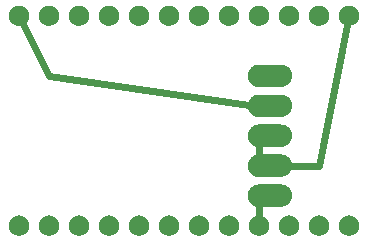
<source format=gbl>
G04 MADE WITH FRITZING*
G04 WWW.FRITZING.ORG*
G04 DOUBLE SIDED*
G04 HOLES PLATED*
G04 CONTOUR ON CENTER OF CONTOUR VECTOR*
%ASAXBY*%
%FSLAX23Y23*%
%MOIN*%
%OFA0B0*%
%SFA1.0B1.0*%
%ADD10C,0.068000*%
%ADD11C,0.074000*%
%ADD12C,0.024000*%
%ADD13R,0.001000X0.001000*%
%LNCOPPER0*%
G90*
G70*
G54D10*
X341Y57D03*
X441Y57D03*
X241Y57D03*
X141Y57D03*
X541Y57D03*
X641Y57D03*
X741Y57D03*
X841Y57D03*
X941Y57D03*
X1041Y57D03*
X1141Y57D03*
X1241Y57D03*
X441Y757D03*
X341Y757D03*
X241Y757D03*
X141Y757D03*
X541Y757D03*
X641Y757D03*
X741Y757D03*
X841Y757D03*
X1041Y757D03*
X941Y757D03*
X1141Y757D03*
X1241Y757D03*
G54D11*
X941Y357D03*
X941Y457D03*
X941Y557D03*
X941Y257D03*
X941Y157D03*
G54D12*
X941Y86D02*
X941Y124D01*
D02*
X240Y558D02*
X908Y462D01*
D02*
X154Y731D02*
X240Y558D01*
D02*
X941Y324D02*
X941Y290D01*
D02*
X1140Y258D02*
X974Y257D01*
D02*
X1235Y728D02*
X1140Y258D01*
G54D13*
X134Y791D02*
X146Y791D01*
X234Y791D02*
X246Y791D01*
X334Y791D02*
X346Y791D01*
X434Y791D02*
X446Y791D01*
X534Y791D02*
X546Y791D01*
X634Y791D02*
X646Y791D01*
X734Y791D02*
X746Y791D01*
X834Y791D02*
X846Y791D01*
X934Y791D02*
X946Y791D01*
X1034Y791D02*
X1046Y791D01*
X1134Y791D02*
X1146Y791D01*
X1234Y791D02*
X1246Y791D01*
X131Y790D02*
X150Y790D01*
X231Y790D02*
X250Y790D01*
X331Y790D02*
X350Y790D01*
X431Y790D02*
X450Y790D01*
X531Y790D02*
X550Y790D01*
X631Y790D02*
X650Y790D01*
X731Y790D02*
X750Y790D01*
X831Y790D02*
X850Y790D01*
X931Y790D02*
X950Y790D01*
X1031Y790D02*
X1050Y790D01*
X1131Y790D02*
X1150Y790D01*
X1231Y790D02*
X1250Y790D01*
X128Y789D02*
X152Y789D01*
X228Y789D02*
X252Y789D01*
X328Y789D02*
X352Y789D01*
X428Y789D02*
X452Y789D01*
X528Y789D02*
X552Y789D01*
X628Y789D02*
X652Y789D01*
X728Y789D02*
X752Y789D01*
X828Y789D02*
X852Y789D01*
X928Y789D02*
X952Y789D01*
X1028Y789D02*
X1052Y789D01*
X1128Y789D02*
X1152Y789D01*
X1228Y789D02*
X1252Y789D01*
X126Y788D02*
X154Y788D01*
X226Y788D02*
X254Y788D01*
X326Y788D02*
X354Y788D01*
X426Y788D02*
X454Y788D01*
X526Y788D02*
X554Y788D01*
X626Y788D02*
X654Y788D01*
X726Y788D02*
X754Y788D01*
X826Y788D02*
X854Y788D01*
X926Y788D02*
X954Y788D01*
X1026Y788D02*
X1054Y788D01*
X1126Y788D02*
X1154Y788D01*
X1226Y788D02*
X1254Y788D01*
X124Y787D02*
X156Y787D01*
X224Y787D02*
X256Y787D01*
X324Y787D02*
X356Y787D01*
X424Y787D02*
X456Y787D01*
X524Y787D02*
X556Y787D01*
X624Y787D02*
X656Y787D01*
X724Y787D02*
X756Y787D01*
X824Y787D02*
X856Y787D01*
X924Y787D02*
X956Y787D01*
X1024Y787D02*
X1056Y787D01*
X1124Y787D02*
X1156Y787D01*
X1224Y787D02*
X1256Y787D01*
X123Y786D02*
X158Y786D01*
X223Y786D02*
X258Y786D01*
X323Y786D02*
X358Y786D01*
X423Y786D02*
X458Y786D01*
X523Y786D02*
X558Y786D01*
X623Y786D02*
X658Y786D01*
X723Y786D02*
X757Y786D01*
X823Y786D02*
X857Y786D01*
X923Y786D02*
X957Y786D01*
X1023Y786D02*
X1057Y786D01*
X1123Y786D02*
X1157Y786D01*
X1223Y786D02*
X1257Y786D01*
X121Y785D02*
X159Y785D01*
X221Y785D02*
X259Y785D01*
X321Y785D02*
X359Y785D01*
X421Y785D02*
X459Y785D01*
X521Y785D02*
X559Y785D01*
X621Y785D02*
X659Y785D01*
X721Y785D02*
X759Y785D01*
X821Y785D02*
X859Y785D01*
X921Y785D02*
X959Y785D01*
X1021Y785D02*
X1059Y785D01*
X1121Y785D02*
X1159Y785D01*
X1221Y785D02*
X1259Y785D01*
X120Y784D02*
X160Y784D01*
X220Y784D02*
X260Y784D01*
X320Y784D02*
X360Y784D01*
X420Y784D02*
X460Y784D01*
X520Y784D02*
X560Y784D01*
X620Y784D02*
X660Y784D01*
X720Y784D02*
X760Y784D01*
X820Y784D02*
X860Y784D01*
X920Y784D02*
X960Y784D01*
X1020Y784D02*
X1060Y784D01*
X1120Y784D02*
X1160Y784D01*
X1220Y784D02*
X1260Y784D01*
X119Y783D02*
X161Y783D01*
X219Y783D02*
X261Y783D01*
X319Y783D02*
X361Y783D01*
X419Y783D02*
X461Y783D01*
X519Y783D02*
X561Y783D01*
X619Y783D02*
X661Y783D01*
X719Y783D02*
X761Y783D01*
X819Y783D02*
X861Y783D01*
X919Y783D02*
X961Y783D01*
X1019Y783D02*
X1061Y783D01*
X1119Y783D02*
X1161Y783D01*
X1219Y783D02*
X1261Y783D01*
X118Y782D02*
X163Y782D01*
X218Y782D02*
X263Y782D01*
X318Y782D02*
X363Y782D01*
X418Y782D02*
X463Y782D01*
X518Y782D02*
X563Y782D01*
X618Y782D02*
X663Y782D01*
X718Y782D02*
X762Y782D01*
X818Y782D02*
X862Y782D01*
X918Y782D02*
X962Y782D01*
X1018Y782D02*
X1062Y782D01*
X1118Y782D02*
X1162Y782D01*
X1218Y782D02*
X1262Y782D01*
X117Y781D02*
X164Y781D01*
X217Y781D02*
X264Y781D01*
X317Y781D02*
X364Y781D01*
X417Y781D02*
X464Y781D01*
X517Y781D02*
X564Y781D01*
X617Y781D02*
X664Y781D01*
X717Y781D02*
X764Y781D01*
X817Y781D02*
X864Y781D01*
X917Y781D02*
X964Y781D01*
X1017Y781D02*
X1064Y781D01*
X1117Y781D02*
X1164Y781D01*
X1217Y781D02*
X1264Y781D01*
X116Y780D02*
X165Y780D01*
X216Y780D02*
X265Y780D01*
X316Y780D02*
X365Y780D01*
X416Y780D02*
X464Y780D01*
X516Y780D02*
X564Y780D01*
X616Y780D02*
X664Y780D01*
X716Y780D02*
X764Y780D01*
X816Y780D02*
X864Y780D01*
X916Y780D02*
X964Y780D01*
X1016Y780D02*
X1064Y780D01*
X1116Y780D02*
X1164Y780D01*
X1216Y780D02*
X1264Y780D01*
X115Y779D02*
X165Y779D01*
X215Y779D02*
X265Y779D01*
X315Y779D02*
X365Y779D01*
X415Y779D02*
X465Y779D01*
X515Y779D02*
X565Y779D01*
X615Y779D02*
X665Y779D01*
X715Y779D02*
X765Y779D01*
X815Y779D02*
X865Y779D01*
X915Y779D02*
X965Y779D01*
X1015Y779D02*
X1065Y779D01*
X1115Y779D02*
X1165Y779D01*
X1215Y779D02*
X1265Y779D01*
X114Y778D02*
X166Y778D01*
X214Y778D02*
X266Y778D01*
X314Y778D02*
X366Y778D01*
X414Y778D02*
X466Y778D01*
X514Y778D02*
X566Y778D01*
X614Y778D02*
X666Y778D01*
X714Y778D02*
X766Y778D01*
X814Y778D02*
X866Y778D01*
X914Y778D02*
X966Y778D01*
X1014Y778D02*
X1066Y778D01*
X1114Y778D02*
X1166Y778D01*
X1214Y778D02*
X1266Y778D01*
X114Y777D02*
X167Y777D01*
X214Y777D02*
X267Y777D01*
X313Y777D02*
X367Y777D01*
X413Y777D02*
X467Y777D01*
X513Y777D02*
X567Y777D01*
X613Y777D02*
X667Y777D01*
X713Y777D02*
X767Y777D01*
X813Y777D02*
X867Y777D01*
X913Y777D02*
X967Y777D01*
X1013Y777D02*
X1067Y777D01*
X1113Y777D02*
X1167Y777D01*
X1213Y777D02*
X1267Y777D01*
X113Y776D02*
X168Y776D01*
X213Y776D02*
X268Y776D01*
X313Y776D02*
X368Y776D01*
X413Y776D02*
X468Y776D01*
X513Y776D02*
X568Y776D01*
X613Y776D02*
X668Y776D01*
X713Y776D02*
X768Y776D01*
X813Y776D02*
X868Y776D01*
X913Y776D02*
X968Y776D01*
X1013Y776D02*
X1068Y776D01*
X1113Y776D02*
X1168Y776D01*
X1213Y776D02*
X1268Y776D01*
X112Y775D02*
X134Y775D01*
X146Y775D02*
X168Y775D01*
X212Y775D02*
X234Y775D01*
X246Y775D02*
X268Y775D01*
X312Y775D02*
X334Y775D01*
X346Y775D02*
X368Y775D01*
X412Y775D02*
X434Y775D01*
X446Y775D02*
X468Y775D01*
X512Y775D02*
X534Y775D01*
X546Y775D02*
X568Y775D01*
X612Y775D02*
X634Y775D01*
X646Y775D02*
X668Y775D01*
X712Y775D02*
X734Y775D01*
X746Y775D02*
X768Y775D01*
X812Y775D02*
X834Y775D01*
X846Y775D02*
X868Y775D01*
X912Y775D02*
X934Y775D01*
X946Y775D02*
X968Y775D01*
X1012Y775D02*
X1034Y775D01*
X1046Y775D02*
X1068Y775D01*
X1112Y775D02*
X1134Y775D01*
X1146Y775D02*
X1168Y775D01*
X1212Y775D02*
X1234Y775D01*
X1246Y775D02*
X1268Y775D01*
X112Y774D02*
X131Y774D01*
X149Y774D02*
X169Y774D01*
X212Y774D02*
X231Y774D01*
X249Y774D02*
X269Y774D01*
X312Y774D02*
X331Y774D01*
X349Y774D02*
X369Y774D01*
X412Y774D02*
X431Y774D01*
X449Y774D02*
X469Y774D01*
X512Y774D02*
X531Y774D01*
X549Y774D02*
X569Y774D01*
X612Y774D02*
X631Y774D01*
X649Y774D02*
X669Y774D01*
X711Y774D02*
X731Y774D01*
X749Y774D02*
X769Y774D01*
X811Y774D02*
X831Y774D01*
X849Y774D02*
X869Y774D01*
X911Y774D02*
X931Y774D01*
X949Y774D02*
X969Y774D01*
X1011Y774D02*
X1031Y774D01*
X1049Y774D02*
X1069Y774D01*
X1111Y774D02*
X1131Y774D01*
X1149Y774D02*
X1169Y774D01*
X1211Y774D02*
X1231Y774D01*
X1249Y774D02*
X1269Y774D01*
X111Y773D02*
X129Y773D01*
X151Y773D02*
X170Y773D01*
X211Y773D02*
X229Y773D01*
X251Y773D02*
X270Y773D01*
X311Y773D02*
X329Y773D01*
X351Y773D02*
X370Y773D01*
X411Y773D02*
X429Y773D01*
X451Y773D02*
X470Y773D01*
X511Y773D02*
X529Y773D01*
X551Y773D02*
X570Y773D01*
X611Y773D02*
X629Y773D01*
X651Y773D02*
X670Y773D01*
X711Y773D02*
X729Y773D01*
X751Y773D02*
X770Y773D01*
X811Y773D02*
X829Y773D01*
X851Y773D02*
X870Y773D01*
X911Y773D02*
X929Y773D01*
X951Y773D02*
X970Y773D01*
X1011Y773D02*
X1029Y773D01*
X1051Y773D02*
X1070Y773D01*
X1111Y773D02*
X1129Y773D01*
X1151Y773D02*
X1170Y773D01*
X1211Y773D02*
X1229Y773D01*
X1251Y773D02*
X1270Y773D01*
X110Y772D02*
X128Y772D01*
X152Y772D02*
X170Y772D01*
X210Y772D02*
X228Y772D01*
X252Y772D02*
X270Y772D01*
X310Y772D02*
X328Y772D01*
X352Y772D02*
X370Y772D01*
X410Y772D02*
X428Y772D01*
X452Y772D02*
X470Y772D01*
X510Y772D02*
X528Y772D01*
X552Y772D02*
X570Y772D01*
X610Y772D02*
X628Y772D01*
X652Y772D02*
X670Y772D01*
X710Y772D02*
X728Y772D01*
X752Y772D02*
X770Y772D01*
X810Y772D02*
X828Y772D01*
X852Y772D02*
X870Y772D01*
X910Y772D02*
X928Y772D01*
X952Y772D02*
X970Y772D01*
X1010Y772D02*
X1028Y772D01*
X1052Y772D02*
X1070Y772D01*
X1110Y772D02*
X1128Y772D01*
X1152Y772D02*
X1170Y772D01*
X1210Y772D02*
X1228Y772D01*
X1252Y772D02*
X1270Y772D01*
X110Y771D02*
X127Y771D01*
X154Y771D02*
X171Y771D01*
X210Y771D02*
X227Y771D01*
X254Y771D02*
X271Y771D01*
X310Y771D02*
X327Y771D01*
X354Y771D02*
X371Y771D01*
X410Y771D02*
X427Y771D01*
X454Y771D02*
X471Y771D01*
X510Y771D02*
X527Y771D01*
X554Y771D02*
X571Y771D01*
X610Y771D02*
X627Y771D01*
X654Y771D02*
X671Y771D01*
X710Y771D02*
X727Y771D01*
X754Y771D02*
X771Y771D01*
X810Y771D02*
X827Y771D01*
X854Y771D02*
X871Y771D01*
X910Y771D02*
X927Y771D01*
X954Y771D02*
X971Y771D01*
X1010Y771D02*
X1027Y771D01*
X1054Y771D02*
X1071Y771D01*
X1110Y771D02*
X1127Y771D01*
X1154Y771D02*
X1171Y771D01*
X1210Y771D02*
X1227Y771D01*
X1254Y771D02*
X1271Y771D01*
X110Y770D02*
X126Y770D01*
X155Y770D02*
X171Y770D01*
X210Y770D02*
X226Y770D01*
X255Y770D02*
X271Y770D01*
X310Y770D02*
X326Y770D01*
X355Y770D02*
X371Y770D01*
X409Y770D02*
X426Y770D01*
X454Y770D02*
X471Y770D01*
X509Y770D02*
X526Y770D01*
X554Y770D02*
X571Y770D01*
X609Y770D02*
X626Y770D01*
X654Y770D02*
X671Y770D01*
X709Y770D02*
X726Y770D01*
X754Y770D02*
X771Y770D01*
X809Y770D02*
X826Y770D01*
X854Y770D02*
X871Y770D01*
X909Y770D02*
X926Y770D01*
X954Y770D02*
X971Y770D01*
X1009Y770D02*
X1026Y770D01*
X1054Y770D02*
X1071Y770D01*
X1109Y770D02*
X1126Y770D01*
X1154Y770D02*
X1171Y770D01*
X1209Y770D02*
X1226Y770D01*
X1254Y770D02*
X1271Y770D01*
X109Y769D02*
X125Y769D01*
X155Y769D02*
X172Y769D01*
X209Y769D02*
X225Y769D01*
X255Y769D02*
X272Y769D01*
X309Y769D02*
X325Y769D01*
X355Y769D02*
X372Y769D01*
X409Y769D02*
X425Y769D01*
X455Y769D02*
X472Y769D01*
X509Y769D02*
X525Y769D01*
X555Y769D02*
X572Y769D01*
X609Y769D02*
X625Y769D01*
X655Y769D02*
X672Y769D01*
X709Y769D02*
X725Y769D01*
X755Y769D02*
X772Y769D01*
X809Y769D02*
X825Y769D01*
X855Y769D02*
X872Y769D01*
X909Y769D02*
X925Y769D01*
X955Y769D02*
X972Y769D01*
X1009Y769D02*
X1025Y769D01*
X1055Y769D02*
X1071Y769D01*
X1109Y769D02*
X1125Y769D01*
X1155Y769D02*
X1171Y769D01*
X1209Y769D02*
X1225Y769D01*
X1255Y769D02*
X1271Y769D01*
X109Y768D02*
X124Y768D01*
X156Y768D02*
X172Y768D01*
X209Y768D02*
X224Y768D01*
X256Y768D02*
X272Y768D01*
X309Y768D02*
X324Y768D01*
X356Y768D02*
X372Y768D01*
X409Y768D02*
X424Y768D01*
X456Y768D02*
X472Y768D01*
X509Y768D02*
X524Y768D01*
X556Y768D02*
X572Y768D01*
X609Y768D02*
X624Y768D01*
X656Y768D02*
X672Y768D01*
X709Y768D02*
X724Y768D01*
X756Y768D02*
X772Y768D01*
X809Y768D02*
X824Y768D01*
X856Y768D02*
X872Y768D01*
X909Y768D02*
X924Y768D01*
X956Y768D02*
X972Y768D01*
X1009Y768D02*
X1024Y768D01*
X1056Y768D02*
X1072Y768D01*
X1109Y768D02*
X1124Y768D01*
X1156Y768D02*
X1172Y768D01*
X1209Y768D02*
X1224Y768D01*
X1256Y768D02*
X1272Y768D01*
X108Y767D02*
X124Y767D01*
X157Y767D02*
X172Y767D01*
X208Y767D02*
X224Y767D01*
X257Y767D02*
X272Y767D01*
X308Y767D02*
X324Y767D01*
X357Y767D02*
X372Y767D01*
X408Y767D02*
X424Y767D01*
X457Y767D02*
X472Y767D01*
X508Y767D02*
X524Y767D01*
X557Y767D02*
X572Y767D01*
X608Y767D02*
X624Y767D01*
X657Y767D02*
X672Y767D01*
X708Y767D02*
X724Y767D01*
X757Y767D02*
X772Y767D01*
X808Y767D02*
X824Y767D01*
X857Y767D02*
X872Y767D01*
X908Y767D02*
X924Y767D01*
X957Y767D02*
X972Y767D01*
X1008Y767D02*
X1024Y767D01*
X1057Y767D02*
X1072Y767D01*
X1108Y767D02*
X1124Y767D01*
X1157Y767D02*
X1172Y767D01*
X1208Y767D02*
X1224Y767D01*
X1257Y767D02*
X1272Y767D01*
X108Y766D02*
X124Y766D01*
X157Y766D02*
X173Y766D01*
X208Y766D02*
X224Y766D01*
X257Y766D02*
X273Y766D01*
X308Y766D02*
X323Y766D01*
X357Y766D02*
X373Y766D01*
X408Y766D02*
X423Y766D01*
X457Y766D02*
X473Y766D01*
X508Y766D02*
X523Y766D01*
X557Y766D02*
X573Y766D01*
X608Y766D02*
X623Y766D01*
X657Y766D02*
X673Y766D01*
X708Y766D02*
X723Y766D01*
X757Y766D02*
X773Y766D01*
X808Y766D02*
X823Y766D01*
X857Y766D02*
X873Y766D01*
X908Y766D02*
X923Y766D01*
X957Y766D02*
X973Y766D01*
X1008Y766D02*
X1023Y766D01*
X1057Y766D02*
X1073Y766D01*
X1108Y766D02*
X1123Y766D01*
X1157Y766D02*
X1173Y766D01*
X1208Y766D02*
X1223Y766D01*
X1257Y766D02*
X1273Y766D01*
X108Y765D02*
X123Y765D01*
X158Y765D02*
X173Y765D01*
X208Y765D02*
X223Y765D01*
X258Y765D02*
X273Y765D01*
X308Y765D02*
X323Y765D01*
X358Y765D02*
X373Y765D01*
X408Y765D02*
X423Y765D01*
X458Y765D02*
X473Y765D01*
X508Y765D02*
X523Y765D01*
X558Y765D02*
X573Y765D01*
X608Y765D02*
X623Y765D01*
X658Y765D02*
X673Y765D01*
X708Y765D02*
X723Y765D01*
X758Y765D02*
X773Y765D01*
X808Y765D02*
X823Y765D01*
X858Y765D02*
X873Y765D01*
X908Y765D02*
X923Y765D01*
X958Y765D02*
X973Y765D01*
X1008Y765D02*
X1023Y765D01*
X1058Y765D02*
X1073Y765D01*
X1108Y765D02*
X1123Y765D01*
X1158Y765D02*
X1173Y765D01*
X1208Y765D02*
X1223Y765D01*
X1257Y765D02*
X1273Y765D01*
X108Y764D02*
X123Y764D01*
X158Y764D02*
X173Y764D01*
X208Y764D02*
X223Y764D01*
X258Y764D02*
X273Y764D01*
X308Y764D02*
X323Y764D01*
X358Y764D02*
X373Y764D01*
X408Y764D02*
X423Y764D01*
X458Y764D02*
X473Y764D01*
X508Y764D02*
X523Y764D01*
X558Y764D02*
X573Y764D01*
X608Y764D02*
X623Y764D01*
X658Y764D02*
X673Y764D01*
X708Y764D02*
X723Y764D01*
X758Y764D02*
X773Y764D01*
X808Y764D02*
X823Y764D01*
X858Y764D02*
X873Y764D01*
X908Y764D02*
X923Y764D01*
X958Y764D02*
X973Y764D01*
X1008Y764D02*
X1023Y764D01*
X1058Y764D02*
X1073Y764D01*
X1108Y764D02*
X1123Y764D01*
X1158Y764D02*
X1173Y764D01*
X1207Y764D02*
X1223Y764D01*
X1258Y764D02*
X1273Y764D01*
X107Y763D02*
X123Y763D01*
X158Y763D02*
X173Y763D01*
X207Y763D02*
X223Y763D01*
X258Y763D02*
X273Y763D01*
X307Y763D02*
X323Y763D01*
X358Y763D02*
X373Y763D01*
X407Y763D02*
X423Y763D01*
X458Y763D02*
X473Y763D01*
X507Y763D02*
X523Y763D01*
X558Y763D02*
X573Y763D01*
X607Y763D02*
X623Y763D01*
X658Y763D02*
X673Y763D01*
X707Y763D02*
X723Y763D01*
X758Y763D02*
X773Y763D01*
X807Y763D02*
X823Y763D01*
X858Y763D02*
X873Y763D01*
X907Y763D02*
X922Y763D01*
X958Y763D02*
X973Y763D01*
X1007Y763D02*
X1022Y763D01*
X1058Y763D02*
X1073Y763D01*
X1107Y763D02*
X1122Y763D01*
X1158Y763D02*
X1173Y763D01*
X1207Y763D02*
X1222Y763D01*
X1258Y763D02*
X1273Y763D01*
X107Y762D02*
X122Y762D01*
X158Y762D02*
X174Y762D01*
X207Y762D02*
X222Y762D01*
X258Y762D02*
X274Y762D01*
X307Y762D02*
X322Y762D01*
X358Y762D02*
X374Y762D01*
X407Y762D02*
X422Y762D01*
X458Y762D02*
X474Y762D01*
X507Y762D02*
X522Y762D01*
X558Y762D02*
X574Y762D01*
X607Y762D02*
X622Y762D01*
X658Y762D02*
X673Y762D01*
X707Y762D02*
X722Y762D01*
X758Y762D02*
X773Y762D01*
X807Y762D02*
X822Y762D01*
X858Y762D02*
X873Y762D01*
X907Y762D02*
X922Y762D01*
X958Y762D02*
X973Y762D01*
X1007Y762D02*
X1022Y762D01*
X1058Y762D02*
X1073Y762D01*
X1107Y762D02*
X1122Y762D01*
X1158Y762D02*
X1173Y762D01*
X1207Y762D02*
X1222Y762D01*
X1258Y762D02*
X1273Y762D01*
X107Y761D02*
X122Y761D01*
X159Y761D02*
X174Y761D01*
X207Y761D02*
X222Y761D01*
X259Y761D02*
X274Y761D01*
X307Y761D02*
X322Y761D01*
X359Y761D02*
X374Y761D01*
X407Y761D02*
X422Y761D01*
X459Y761D02*
X474Y761D01*
X507Y761D02*
X522Y761D01*
X559Y761D02*
X574Y761D01*
X607Y761D02*
X622Y761D01*
X659Y761D02*
X674Y761D01*
X707Y761D02*
X722Y761D01*
X759Y761D02*
X774Y761D01*
X807Y761D02*
X822Y761D01*
X859Y761D02*
X874Y761D01*
X907Y761D02*
X922Y761D01*
X959Y761D02*
X974Y761D01*
X1007Y761D02*
X1022Y761D01*
X1059Y761D02*
X1074Y761D01*
X1107Y761D02*
X1122Y761D01*
X1159Y761D02*
X1174Y761D01*
X1207Y761D02*
X1222Y761D01*
X1259Y761D02*
X1274Y761D01*
X107Y760D02*
X122Y760D01*
X159Y760D02*
X174Y760D01*
X207Y760D02*
X222Y760D01*
X259Y760D02*
X274Y760D01*
X307Y760D02*
X322Y760D01*
X359Y760D02*
X374Y760D01*
X407Y760D02*
X422Y760D01*
X459Y760D02*
X474Y760D01*
X507Y760D02*
X522Y760D01*
X559Y760D02*
X574Y760D01*
X607Y760D02*
X622Y760D01*
X659Y760D02*
X674Y760D01*
X707Y760D02*
X722Y760D01*
X759Y760D02*
X774Y760D01*
X807Y760D02*
X822Y760D01*
X859Y760D02*
X874Y760D01*
X907Y760D02*
X922Y760D01*
X959Y760D02*
X974Y760D01*
X1007Y760D02*
X1022Y760D01*
X1059Y760D02*
X1074Y760D01*
X1107Y760D02*
X1122Y760D01*
X1159Y760D02*
X1174Y760D01*
X1207Y760D02*
X1222Y760D01*
X1259Y760D02*
X1274Y760D01*
X107Y759D02*
X122Y759D01*
X159Y759D02*
X174Y759D01*
X207Y759D02*
X222Y759D01*
X259Y759D02*
X274Y759D01*
X307Y759D02*
X322Y759D01*
X359Y759D02*
X374Y759D01*
X407Y759D02*
X422Y759D01*
X459Y759D02*
X474Y759D01*
X507Y759D02*
X522Y759D01*
X559Y759D02*
X574Y759D01*
X607Y759D02*
X622Y759D01*
X659Y759D02*
X674Y759D01*
X707Y759D02*
X722Y759D01*
X759Y759D02*
X774Y759D01*
X807Y759D02*
X822Y759D01*
X859Y759D02*
X874Y759D01*
X907Y759D02*
X922Y759D01*
X959Y759D02*
X974Y759D01*
X1007Y759D02*
X1022Y759D01*
X1059Y759D02*
X1074Y759D01*
X1107Y759D02*
X1122Y759D01*
X1159Y759D02*
X1174Y759D01*
X1207Y759D02*
X1222Y759D01*
X1259Y759D02*
X1274Y759D01*
X107Y758D02*
X122Y758D01*
X159Y758D02*
X174Y758D01*
X207Y758D02*
X222Y758D01*
X259Y758D02*
X274Y758D01*
X307Y758D02*
X322Y758D01*
X359Y758D02*
X374Y758D01*
X407Y758D02*
X422Y758D01*
X459Y758D02*
X474Y758D01*
X507Y758D02*
X522Y758D01*
X559Y758D02*
X574Y758D01*
X607Y758D02*
X622Y758D01*
X659Y758D02*
X674Y758D01*
X707Y758D02*
X722Y758D01*
X759Y758D02*
X774Y758D01*
X807Y758D02*
X822Y758D01*
X859Y758D02*
X874Y758D01*
X907Y758D02*
X922Y758D01*
X959Y758D02*
X974Y758D01*
X1007Y758D02*
X1022Y758D01*
X1059Y758D02*
X1074Y758D01*
X1107Y758D02*
X1122Y758D01*
X1159Y758D02*
X1174Y758D01*
X1207Y758D02*
X1222Y758D01*
X1259Y758D02*
X1274Y758D01*
X107Y757D02*
X122Y757D01*
X159Y757D02*
X174Y757D01*
X207Y757D02*
X222Y757D01*
X259Y757D02*
X274Y757D01*
X307Y757D02*
X322Y757D01*
X359Y757D02*
X374Y757D01*
X407Y757D02*
X422Y757D01*
X459Y757D02*
X474Y757D01*
X507Y757D02*
X522Y757D01*
X559Y757D02*
X574Y757D01*
X607Y757D02*
X622Y757D01*
X659Y757D02*
X674Y757D01*
X707Y757D02*
X722Y757D01*
X759Y757D02*
X774Y757D01*
X807Y757D02*
X822Y757D01*
X859Y757D02*
X874Y757D01*
X907Y757D02*
X922Y757D01*
X959Y757D02*
X974Y757D01*
X1007Y757D02*
X1022Y757D01*
X1059Y757D02*
X1074Y757D01*
X1107Y757D02*
X1122Y757D01*
X1159Y757D02*
X1174Y757D01*
X1207Y757D02*
X1222Y757D01*
X1259Y757D02*
X1274Y757D01*
X107Y756D02*
X122Y756D01*
X159Y756D02*
X174Y756D01*
X207Y756D02*
X222Y756D01*
X259Y756D02*
X274Y756D01*
X307Y756D02*
X322Y756D01*
X359Y756D02*
X374Y756D01*
X407Y756D02*
X422Y756D01*
X459Y756D02*
X474Y756D01*
X507Y756D02*
X522Y756D01*
X559Y756D02*
X574Y756D01*
X607Y756D02*
X622Y756D01*
X659Y756D02*
X674Y756D01*
X707Y756D02*
X722Y756D01*
X759Y756D02*
X774Y756D01*
X807Y756D02*
X822Y756D01*
X859Y756D02*
X874Y756D01*
X907Y756D02*
X922Y756D01*
X959Y756D02*
X974Y756D01*
X1007Y756D02*
X1022Y756D01*
X1059Y756D02*
X1074Y756D01*
X1107Y756D02*
X1122Y756D01*
X1159Y756D02*
X1174Y756D01*
X1207Y756D02*
X1222Y756D01*
X1259Y756D02*
X1274Y756D01*
X107Y755D02*
X122Y755D01*
X159Y755D02*
X174Y755D01*
X207Y755D02*
X222Y755D01*
X259Y755D02*
X274Y755D01*
X307Y755D02*
X322Y755D01*
X359Y755D02*
X374Y755D01*
X407Y755D02*
X422Y755D01*
X459Y755D02*
X474Y755D01*
X507Y755D02*
X522Y755D01*
X559Y755D02*
X574Y755D01*
X607Y755D02*
X622Y755D01*
X659Y755D02*
X674Y755D01*
X707Y755D02*
X722Y755D01*
X759Y755D02*
X774Y755D01*
X807Y755D02*
X822Y755D01*
X859Y755D02*
X874Y755D01*
X907Y755D02*
X922Y755D01*
X959Y755D02*
X974Y755D01*
X1007Y755D02*
X1022Y755D01*
X1059Y755D02*
X1074Y755D01*
X1107Y755D02*
X1122Y755D01*
X1159Y755D02*
X1174Y755D01*
X1207Y755D02*
X1222Y755D01*
X1259Y755D02*
X1274Y755D01*
X107Y754D02*
X122Y754D01*
X159Y754D02*
X174Y754D01*
X207Y754D02*
X222Y754D01*
X259Y754D02*
X274Y754D01*
X307Y754D02*
X322Y754D01*
X359Y754D02*
X374Y754D01*
X407Y754D02*
X422Y754D01*
X459Y754D02*
X474Y754D01*
X507Y754D02*
X522Y754D01*
X559Y754D02*
X574Y754D01*
X607Y754D02*
X622Y754D01*
X659Y754D02*
X674Y754D01*
X707Y754D02*
X722Y754D01*
X759Y754D02*
X774Y754D01*
X807Y754D02*
X822Y754D01*
X859Y754D02*
X874Y754D01*
X907Y754D02*
X922Y754D01*
X959Y754D02*
X974Y754D01*
X1007Y754D02*
X1022Y754D01*
X1059Y754D02*
X1074Y754D01*
X1107Y754D02*
X1122Y754D01*
X1159Y754D02*
X1174Y754D01*
X1207Y754D02*
X1222Y754D01*
X1259Y754D02*
X1274Y754D01*
X107Y753D02*
X122Y753D01*
X158Y753D02*
X173Y753D01*
X207Y753D02*
X222Y753D01*
X258Y753D02*
X273Y753D01*
X307Y753D02*
X322Y753D01*
X358Y753D02*
X373Y753D01*
X407Y753D02*
X422Y753D01*
X458Y753D02*
X473Y753D01*
X507Y753D02*
X522Y753D01*
X558Y753D02*
X573Y753D01*
X607Y753D02*
X622Y753D01*
X658Y753D02*
X673Y753D01*
X707Y753D02*
X722Y753D01*
X758Y753D02*
X773Y753D01*
X807Y753D02*
X822Y753D01*
X858Y753D02*
X873Y753D01*
X907Y753D02*
X922Y753D01*
X958Y753D02*
X973Y753D01*
X1007Y753D02*
X1022Y753D01*
X1058Y753D02*
X1073Y753D01*
X1107Y753D02*
X1122Y753D01*
X1158Y753D02*
X1173Y753D01*
X1207Y753D02*
X1222Y753D01*
X1258Y753D02*
X1273Y753D01*
X107Y752D02*
X123Y752D01*
X158Y752D02*
X173Y752D01*
X207Y752D02*
X223Y752D01*
X258Y752D02*
X273Y752D01*
X307Y752D02*
X323Y752D01*
X358Y752D02*
X373Y752D01*
X407Y752D02*
X423Y752D01*
X458Y752D02*
X473Y752D01*
X507Y752D02*
X523Y752D01*
X558Y752D02*
X573Y752D01*
X607Y752D02*
X623Y752D01*
X658Y752D02*
X673Y752D01*
X707Y752D02*
X723Y752D01*
X758Y752D02*
X773Y752D01*
X807Y752D02*
X823Y752D01*
X858Y752D02*
X873Y752D01*
X907Y752D02*
X923Y752D01*
X958Y752D02*
X973Y752D01*
X1007Y752D02*
X1023Y752D01*
X1058Y752D02*
X1073Y752D01*
X1107Y752D02*
X1123Y752D01*
X1158Y752D02*
X1173Y752D01*
X1207Y752D02*
X1223Y752D01*
X1258Y752D02*
X1273Y752D01*
X108Y751D02*
X123Y751D01*
X158Y751D02*
X173Y751D01*
X208Y751D02*
X223Y751D01*
X258Y751D02*
X273Y751D01*
X308Y751D02*
X323Y751D01*
X358Y751D02*
X373Y751D01*
X408Y751D02*
X423Y751D01*
X458Y751D02*
X473Y751D01*
X508Y751D02*
X523Y751D01*
X558Y751D02*
X573Y751D01*
X608Y751D02*
X623Y751D01*
X658Y751D02*
X673Y751D01*
X708Y751D02*
X723Y751D01*
X758Y751D02*
X773Y751D01*
X808Y751D02*
X823Y751D01*
X858Y751D02*
X873Y751D01*
X908Y751D02*
X923Y751D01*
X958Y751D02*
X973Y751D01*
X1008Y751D02*
X1023Y751D01*
X1058Y751D02*
X1073Y751D01*
X1108Y751D02*
X1123Y751D01*
X1158Y751D02*
X1173Y751D01*
X1208Y751D02*
X1223Y751D01*
X1258Y751D02*
X1273Y751D01*
X108Y750D02*
X123Y750D01*
X158Y750D02*
X173Y750D01*
X208Y750D02*
X223Y750D01*
X258Y750D02*
X273Y750D01*
X308Y750D02*
X323Y750D01*
X358Y750D02*
X373Y750D01*
X408Y750D02*
X423Y750D01*
X458Y750D02*
X473Y750D01*
X508Y750D02*
X523Y750D01*
X558Y750D02*
X573Y750D01*
X608Y750D02*
X623Y750D01*
X658Y750D02*
X673Y750D01*
X708Y750D02*
X723Y750D01*
X758Y750D02*
X773Y750D01*
X808Y750D02*
X823Y750D01*
X857Y750D02*
X873Y750D01*
X908Y750D02*
X923Y750D01*
X957Y750D02*
X973Y750D01*
X1008Y750D02*
X1023Y750D01*
X1057Y750D02*
X1073Y750D01*
X1108Y750D02*
X1123Y750D01*
X1157Y750D02*
X1173Y750D01*
X1208Y750D02*
X1223Y750D01*
X1257Y750D02*
X1273Y750D01*
X108Y749D02*
X124Y749D01*
X157Y749D02*
X173Y749D01*
X208Y749D02*
X224Y749D01*
X257Y749D02*
X273Y749D01*
X308Y749D02*
X324Y749D01*
X357Y749D02*
X373Y749D01*
X408Y749D02*
X424Y749D01*
X457Y749D02*
X473Y749D01*
X508Y749D02*
X524Y749D01*
X557Y749D02*
X573Y749D01*
X608Y749D02*
X624Y749D01*
X657Y749D02*
X673Y749D01*
X708Y749D02*
X724Y749D01*
X757Y749D02*
X773Y749D01*
X808Y749D02*
X823Y749D01*
X857Y749D02*
X873Y749D01*
X908Y749D02*
X923Y749D01*
X957Y749D02*
X973Y749D01*
X1008Y749D02*
X1023Y749D01*
X1057Y749D02*
X1073Y749D01*
X1108Y749D02*
X1123Y749D01*
X1157Y749D02*
X1173Y749D01*
X1208Y749D02*
X1223Y749D01*
X1257Y749D02*
X1272Y749D01*
X108Y748D02*
X124Y748D01*
X157Y748D02*
X172Y748D01*
X208Y748D02*
X224Y748D01*
X257Y748D02*
X272Y748D01*
X308Y748D02*
X324Y748D01*
X357Y748D02*
X372Y748D01*
X408Y748D02*
X424Y748D01*
X457Y748D02*
X472Y748D01*
X508Y748D02*
X524Y748D01*
X557Y748D02*
X572Y748D01*
X608Y748D02*
X624Y748D01*
X657Y748D02*
X672Y748D01*
X708Y748D02*
X724Y748D01*
X757Y748D02*
X772Y748D01*
X808Y748D02*
X824Y748D01*
X857Y748D02*
X872Y748D01*
X908Y748D02*
X924Y748D01*
X957Y748D02*
X972Y748D01*
X1008Y748D02*
X1024Y748D01*
X1056Y748D02*
X1072Y748D01*
X1108Y748D02*
X1124Y748D01*
X1156Y748D02*
X1172Y748D01*
X1208Y748D02*
X1224Y748D01*
X1256Y748D02*
X1272Y748D01*
X109Y747D02*
X125Y747D01*
X156Y747D02*
X172Y747D01*
X209Y747D02*
X225Y747D01*
X256Y747D02*
X272Y747D01*
X309Y747D02*
X325Y747D01*
X356Y747D02*
X372Y747D01*
X409Y747D02*
X425Y747D01*
X456Y747D02*
X472Y747D01*
X509Y747D02*
X524Y747D01*
X556Y747D02*
X572Y747D01*
X609Y747D02*
X624Y747D01*
X656Y747D02*
X672Y747D01*
X709Y747D02*
X724Y747D01*
X756Y747D02*
X772Y747D01*
X809Y747D02*
X824Y747D01*
X856Y747D02*
X872Y747D01*
X909Y747D02*
X924Y747D01*
X956Y747D02*
X972Y747D01*
X1009Y747D02*
X1024Y747D01*
X1056Y747D02*
X1072Y747D01*
X1109Y747D02*
X1124Y747D01*
X1156Y747D02*
X1172Y747D01*
X1209Y747D02*
X1224Y747D01*
X1256Y747D02*
X1272Y747D01*
X109Y746D02*
X125Y746D01*
X155Y746D02*
X172Y746D01*
X209Y746D02*
X225Y746D01*
X255Y746D02*
X272Y746D01*
X309Y746D02*
X325Y746D01*
X355Y746D02*
X372Y746D01*
X409Y746D02*
X425Y746D01*
X455Y746D02*
X472Y746D01*
X509Y746D02*
X525Y746D01*
X555Y746D02*
X572Y746D01*
X609Y746D02*
X625Y746D01*
X655Y746D02*
X671Y746D01*
X709Y746D02*
X725Y746D01*
X755Y746D02*
X771Y746D01*
X809Y746D02*
X825Y746D01*
X855Y746D02*
X871Y746D01*
X909Y746D02*
X925Y746D01*
X955Y746D02*
X971Y746D01*
X1009Y746D02*
X1025Y746D01*
X1055Y746D02*
X1071Y746D01*
X1109Y746D02*
X1125Y746D01*
X1155Y746D02*
X1171Y746D01*
X1209Y746D02*
X1225Y746D01*
X1255Y746D02*
X1271Y746D01*
X110Y745D02*
X126Y745D01*
X154Y745D02*
X171Y745D01*
X210Y745D02*
X226Y745D01*
X254Y745D02*
X271Y745D01*
X310Y745D02*
X326Y745D01*
X354Y745D02*
X371Y745D01*
X410Y745D02*
X426Y745D01*
X454Y745D02*
X471Y745D01*
X510Y745D02*
X526Y745D01*
X554Y745D02*
X571Y745D01*
X610Y745D02*
X626Y745D01*
X654Y745D02*
X671Y745D01*
X709Y745D02*
X726Y745D01*
X754Y745D02*
X771Y745D01*
X809Y745D02*
X826Y745D01*
X854Y745D02*
X871Y745D01*
X909Y745D02*
X926Y745D01*
X954Y745D02*
X971Y745D01*
X1009Y745D02*
X1026Y745D01*
X1054Y745D02*
X1071Y745D01*
X1109Y745D02*
X1126Y745D01*
X1154Y745D02*
X1171Y745D01*
X1209Y745D02*
X1226Y745D01*
X1254Y745D02*
X1271Y745D01*
X110Y744D02*
X127Y744D01*
X153Y744D02*
X171Y744D01*
X210Y744D02*
X227Y744D01*
X253Y744D02*
X271Y744D01*
X310Y744D02*
X327Y744D01*
X353Y744D02*
X371Y744D01*
X410Y744D02*
X427Y744D01*
X453Y744D02*
X471Y744D01*
X510Y744D02*
X527Y744D01*
X553Y744D02*
X571Y744D01*
X610Y744D02*
X627Y744D01*
X653Y744D02*
X671Y744D01*
X710Y744D02*
X727Y744D01*
X753Y744D02*
X771Y744D01*
X810Y744D02*
X827Y744D01*
X853Y744D02*
X871Y744D01*
X910Y744D02*
X927Y744D01*
X953Y744D02*
X971Y744D01*
X1010Y744D02*
X1027Y744D01*
X1053Y744D02*
X1071Y744D01*
X1110Y744D02*
X1127Y744D01*
X1153Y744D02*
X1171Y744D01*
X1210Y744D02*
X1227Y744D01*
X1253Y744D02*
X1271Y744D01*
X110Y743D02*
X128Y743D01*
X152Y743D02*
X170Y743D01*
X210Y743D02*
X228Y743D01*
X252Y743D02*
X270Y743D01*
X310Y743D02*
X328Y743D01*
X352Y743D02*
X370Y743D01*
X410Y743D02*
X428Y743D01*
X452Y743D02*
X470Y743D01*
X510Y743D02*
X528Y743D01*
X552Y743D02*
X570Y743D01*
X610Y743D02*
X628Y743D01*
X652Y743D02*
X670Y743D01*
X710Y743D02*
X728Y743D01*
X752Y743D02*
X770Y743D01*
X810Y743D02*
X828Y743D01*
X852Y743D02*
X870Y743D01*
X910Y743D02*
X928Y743D01*
X952Y743D02*
X970Y743D01*
X1010Y743D02*
X1028Y743D01*
X1052Y743D02*
X1070Y743D01*
X1110Y743D02*
X1128Y743D01*
X1152Y743D02*
X1170Y743D01*
X1210Y743D02*
X1228Y743D01*
X1252Y743D02*
X1270Y743D01*
X111Y742D02*
X130Y742D01*
X150Y742D02*
X170Y742D01*
X211Y742D02*
X230Y742D01*
X250Y742D02*
X270Y742D01*
X311Y742D02*
X330Y742D01*
X350Y742D02*
X370Y742D01*
X411Y742D02*
X430Y742D01*
X450Y742D02*
X470Y742D01*
X511Y742D02*
X530Y742D01*
X550Y742D02*
X570Y742D01*
X611Y742D02*
X630Y742D01*
X650Y742D02*
X670Y742D01*
X711Y742D02*
X730Y742D01*
X750Y742D02*
X770Y742D01*
X811Y742D02*
X830Y742D01*
X850Y742D02*
X870Y742D01*
X911Y742D02*
X930Y742D01*
X950Y742D02*
X970Y742D01*
X1011Y742D02*
X1030Y742D01*
X1050Y742D02*
X1070Y742D01*
X1111Y742D02*
X1130Y742D01*
X1150Y742D02*
X1170Y742D01*
X1211Y742D02*
X1230Y742D01*
X1250Y742D02*
X1270Y742D01*
X112Y741D02*
X132Y741D01*
X148Y741D02*
X169Y741D01*
X212Y741D02*
X232Y741D01*
X248Y741D02*
X269Y741D01*
X312Y741D02*
X332Y741D01*
X348Y741D02*
X369Y741D01*
X412Y741D02*
X432Y741D01*
X448Y741D02*
X469Y741D01*
X512Y741D02*
X532Y741D01*
X548Y741D02*
X569Y741D01*
X612Y741D02*
X632Y741D01*
X648Y741D02*
X669Y741D01*
X712Y741D02*
X732Y741D01*
X748Y741D02*
X769Y741D01*
X812Y741D02*
X832Y741D01*
X848Y741D02*
X869Y741D01*
X912Y741D02*
X932Y741D01*
X948Y741D02*
X969Y741D01*
X1012Y741D02*
X1032Y741D01*
X1048Y741D02*
X1069Y741D01*
X1111Y741D02*
X1132Y741D01*
X1148Y741D02*
X1169Y741D01*
X1211Y741D02*
X1232Y741D01*
X1248Y741D02*
X1269Y741D01*
X112Y740D02*
X137Y740D01*
X144Y740D02*
X168Y740D01*
X212Y740D02*
X237Y740D01*
X244Y740D02*
X268Y740D01*
X312Y740D02*
X337Y740D01*
X344Y740D02*
X368Y740D01*
X412Y740D02*
X437Y740D01*
X444Y740D02*
X468Y740D01*
X512Y740D02*
X537Y740D01*
X544Y740D02*
X568Y740D01*
X612Y740D02*
X637Y740D01*
X644Y740D02*
X668Y740D01*
X712Y740D02*
X737Y740D01*
X744Y740D02*
X768Y740D01*
X812Y740D02*
X837Y740D01*
X844Y740D02*
X868Y740D01*
X912Y740D02*
X937Y740D01*
X944Y740D02*
X968Y740D01*
X1012Y740D02*
X1037Y740D01*
X1044Y740D02*
X1068Y740D01*
X1112Y740D02*
X1137Y740D01*
X1144Y740D02*
X1168Y740D01*
X1212Y740D02*
X1237Y740D01*
X1244Y740D02*
X1268Y740D01*
X113Y739D02*
X168Y739D01*
X213Y739D02*
X268Y739D01*
X313Y739D02*
X368Y739D01*
X413Y739D02*
X468Y739D01*
X513Y739D02*
X568Y739D01*
X613Y739D02*
X668Y739D01*
X713Y739D02*
X768Y739D01*
X813Y739D02*
X868Y739D01*
X913Y739D02*
X968Y739D01*
X1013Y739D02*
X1068Y739D01*
X1113Y739D02*
X1168Y739D01*
X1213Y739D02*
X1268Y739D01*
X114Y738D02*
X167Y738D01*
X214Y738D02*
X267Y738D01*
X314Y738D02*
X367Y738D01*
X414Y738D02*
X467Y738D01*
X514Y738D02*
X567Y738D01*
X614Y738D02*
X667Y738D01*
X714Y738D02*
X767Y738D01*
X814Y738D02*
X867Y738D01*
X913Y738D02*
X967Y738D01*
X1013Y738D02*
X1067Y738D01*
X1113Y738D02*
X1167Y738D01*
X1213Y738D02*
X1267Y738D01*
X114Y737D02*
X166Y737D01*
X214Y737D02*
X266Y737D01*
X314Y737D02*
X366Y737D01*
X414Y737D02*
X466Y737D01*
X514Y737D02*
X566Y737D01*
X614Y737D02*
X666Y737D01*
X714Y737D02*
X766Y737D01*
X814Y737D02*
X866Y737D01*
X914Y737D02*
X966Y737D01*
X1014Y737D02*
X1066Y737D01*
X1114Y737D02*
X1166Y737D01*
X1214Y737D02*
X1266Y737D01*
X115Y736D02*
X165Y736D01*
X215Y736D02*
X265Y736D01*
X315Y736D02*
X365Y736D01*
X415Y736D02*
X465Y736D01*
X515Y736D02*
X565Y736D01*
X615Y736D02*
X665Y736D01*
X715Y736D02*
X765Y736D01*
X815Y736D02*
X865Y736D01*
X915Y736D02*
X965Y736D01*
X1015Y736D02*
X1065Y736D01*
X1115Y736D02*
X1165Y736D01*
X1215Y736D02*
X1265Y736D01*
X116Y735D02*
X164Y735D01*
X216Y735D02*
X264Y735D01*
X316Y735D02*
X364Y735D01*
X416Y735D02*
X464Y735D01*
X516Y735D02*
X564Y735D01*
X616Y735D02*
X664Y735D01*
X716Y735D02*
X764Y735D01*
X816Y735D02*
X864Y735D01*
X916Y735D02*
X964Y735D01*
X1016Y735D02*
X1064Y735D01*
X1116Y735D02*
X1164Y735D01*
X1216Y735D02*
X1264Y735D01*
X117Y734D02*
X163Y734D01*
X217Y734D02*
X263Y734D01*
X317Y734D02*
X363Y734D01*
X417Y734D02*
X463Y734D01*
X517Y734D02*
X563Y734D01*
X617Y734D02*
X663Y734D01*
X717Y734D02*
X763Y734D01*
X817Y734D02*
X863Y734D01*
X917Y734D02*
X963Y734D01*
X1017Y734D02*
X1063Y734D01*
X1117Y734D02*
X1163Y734D01*
X1217Y734D02*
X1263Y734D01*
X118Y733D02*
X162Y733D01*
X218Y733D02*
X262Y733D01*
X318Y733D02*
X362Y733D01*
X418Y733D02*
X462Y733D01*
X518Y733D02*
X562Y733D01*
X618Y733D02*
X662Y733D01*
X718Y733D02*
X762Y733D01*
X818Y733D02*
X862Y733D01*
X918Y733D02*
X962Y733D01*
X1018Y733D02*
X1062Y733D01*
X1118Y733D02*
X1162Y733D01*
X1218Y733D02*
X1262Y733D01*
X119Y732D02*
X161Y732D01*
X219Y732D02*
X261Y732D01*
X319Y732D02*
X361Y732D01*
X419Y732D02*
X461Y732D01*
X519Y732D02*
X561Y732D01*
X619Y732D02*
X661Y732D01*
X719Y732D02*
X761Y732D01*
X819Y732D02*
X861Y732D01*
X919Y732D02*
X961Y732D01*
X1019Y732D02*
X1061Y732D01*
X1119Y732D02*
X1161Y732D01*
X1219Y732D02*
X1261Y732D01*
X120Y731D02*
X160Y731D01*
X220Y731D02*
X260Y731D01*
X320Y731D02*
X360Y731D01*
X420Y731D02*
X460Y731D01*
X520Y731D02*
X560Y731D01*
X620Y731D02*
X660Y731D01*
X720Y731D02*
X760Y731D01*
X820Y731D02*
X860Y731D01*
X920Y731D02*
X960Y731D01*
X1020Y731D02*
X1060Y731D01*
X1120Y731D02*
X1160Y731D01*
X1220Y731D02*
X1260Y731D01*
X122Y730D02*
X159Y730D01*
X222Y730D02*
X259Y730D01*
X322Y730D02*
X359Y730D01*
X422Y730D02*
X459Y730D01*
X522Y730D02*
X559Y730D01*
X622Y730D02*
X659Y730D01*
X722Y730D02*
X759Y730D01*
X822Y730D02*
X859Y730D01*
X922Y730D02*
X959Y730D01*
X1022Y730D02*
X1059Y730D01*
X1122Y730D02*
X1159Y730D01*
X1222Y730D02*
X1259Y730D01*
X123Y729D02*
X157Y729D01*
X223Y729D02*
X257Y729D01*
X323Y729D02*
X357Y729D01*
X423Y729D02*
X457Y729D01*
X523Y729D02*
X557Y729D01*
X623Y729D02*
X657Y729D01*
X723Y729D02*
X757Y729D01*
X823Y729D02*
X857Y729D01*
X923Y729D02*
X957Y729D01*
X1023Y729D02*
X1057Y729D01*
X1123Y729D02*
X1157Y729D01*
X1223Y729D02*
X1257Y729D01*
X125Y728D02*
X155Y728D01*
X225Y728D02*
X255Y728D01*
X325Y728D02*
X355Y728D01*
X425Y728D02*
X455Y728D01*
X525Y728D02*
X555Y728D01*
X625Y728D02*
X655Y728D01*
X725Y728D02*
X755Y728D01*
X825Y728D02*
X855Y728D01*
X925Y728D02*
X955Y728D01*
X1025Y728D02*
X1055Y728D01*
X1125Y728D02*
X1155Y728D01*
X1225Y728D02*
X1255Y728D01*
X127Y727D02*
X153Y727D01*
X227Y727D02*
X253Y727D01*
X327Y727D02*
X353Y727D01*
X427Y727D02*
X453Y727D01*
X527Y727D02*
X553Y727D01*
X627Y727D02*
X653Y727D01*
X727Y727D02*
X753Y727D01*
X827Y727D02*
X853Y727D01*
X927Y727D02*
X953Y727D01*
X1027Y727D02*
X1053Y727D01*
X1127Y727D02*
X1153Y727D01*
X1227Y727D02*
X1253Y727D01*
X129Y726D02*
X151Y726D01*
X229Y726D02*
X251Y726D01*
X329Y726D02*
X351Y726D01*
X429Y726D02*
X451Y726D01*
X529Y726D02*
X551Y726D01*
X629Y726D02*
X651Y726D01*
X729Y726D02*
X751Y726D01*
X829Y726D02*
X851Y726D01*
X929Y726D02*
X951Y726D01*
X1029Y726D02*
X1051Y726D01*
X1129Y726D02*
X1151Y726D01*
X1229Y726D02*
X1251Y726D01*
X132Y725D02*
X148Y725D01*
X232Y725D02*
X248Y725D01*
X332Y725D02*
X348Y725D01*
X432Y725D02*
X448Y725D01*
X532Y725D02*
X548Y725D01*
X632Y725D02*
X648Y725D01*
X732Y725D02*
X748Y725D01*
X832Y725D02*
X848Y725D01*
X932Y725D02*
X948Y725D01*
X1032Y725D02*
X1048Y725D01*
X1132Y725D02*
X1148Y725D01*
X1232Y725D02*
X1248Y725D01*
X137Y724D02*
X143Y724D01*
X237Y724D02*
X243Y724D01*
X337Y724D02*
X343Y724D01*
X437Y724D02*
X443Y724D01*
X537Y724D02*
X543Y724D01*
X637Y724D02*
X643Y724D01*
X737Y724D02*
X743Y724D01*
X837Y724D02*
X843Y724D01*
X937Y724D02*
X943Y724D01*
X1037Y724D02*
X1043Y724D01*
X1137Y724D02*
X1143Y724D01*
X1237Y724D02*
X1243Y724D01*
X933Y594D02*
X1022Y594D01*
X929Y593D02*
X1025Y593D01*
X926Y592D02*
X1028Y592D01*
X924Y591D02*
X1030Y591D01*
X922Y590D02*
X1032Y590D01*
X921Y589D02*
X1034Y589D01*
X919Y588D02*
X1035Y588D01*
X918Y587D02*
X1037Y587D01*
X917Y586D02*
X1038Y586D01*
X916Y585D02*
X1039Y585D01*
X915Y584D02*
X1040Y584D01*
X914Y583D02*
X1041Y583D01*
X913Y582D02*
X1042Y582D01*
X912Y581D02*
X1043Y581D01*
X911Y580D02*
X1043Y580D01*
X910Y579D02*
X934Y579D01*
X947Y579D02*
X1044Y579D01*
X910Y578D02*
X931Y578D01*
X950Y578D02*
X1045Y578D01*
X909Y577D02*
X929Y577D01*
X952Y577D02*
X1045Y577D01*
X909Y576D02*
X927Y576D01*
X953Y576D02*
X1046Y576D01*
X908Y575D02*
X926Y575D01*
X955Y575D02*
X1047Y575D01*
X908Y574D02*
X925Y574D01*
X956Y574D02*
X1047Y574D01*
X907Y573D02*
X924Y573D01*
X957Y573D02*
X1048Y573D01*
X907Y572D02*
X923Y572D01*
X958Y572D02*
X1048Y572D01*
X906Y571D02*
X922Y571D01*
X958Y571D02*
X1048Y571D01*
X906Y570D02*
X921Y570D01*
X959Y570D02*
X1049Y570D01*
X906Y569D02*
X921Y569D01*
X960Y569D02*
X1049Y569D01*
X905Y568D02*
X920Y568D01*
X960Y568D02*
X1049Y568D01*
X905Y567D02*
X920Y567D01*
X961Y567D02*
X1050Y567D01*
X905Y566D02*
X919Y566D01*
X961Y566D02*
X1050Y566D01*
X905Y565D02*
X919Y565D01*
X962Y565D02*
X1050Y565D01*
X904Y564D02*
X919Y564D01*
X962Y564D02*
X1050Y564D01*
X904Y563D02*
X918Y563D01*
X962Y563D02*
X1050Y563D01*
X904Y562D02*
X918Y562D01*
X962Y562D02*
X1051Y562D01*
X904Y561D02*
X918Y561D01*
X963Y561D02*
X1051Y561D01*
X904Y560D02*
X918Y560D01*
X963Y560D02*
X1051Y560D01*
X904Y559D02*
X918Y559D01*
X963Y559D02*
X1051Y559D01*
X904Y558D02*
X918Y558D01*
X963Y558D02*
X1051Y558D01*
X904Y557D02*
X918Y557D01*
X963Y557D02*
X1051Y557D01*
X904Y556D02*
X918Y556D01*
X963Y556D02*
X1051Y556D01*
X904Y555D02*
X918Y555D01*
X963Y555D02*
X1051Y555D01*
X904Y554D02*
X918Y554D01*
X962Y554D02*
X1051Y554D01*
X904Y553D02*
X918Y553D01*
X962Y553D02*
X1050Y553D01*
X904Y552D02*
X919Y552D01*
X962Y552D02*
X1050Y552D01*
X905Y551D02*
X919Y551D01*
X962Y551D02*
X1050Y551D01*
X905Y550D02*
X919Y550D01*
X961Y550D02*
X1050Y550D01*
X905Y549D02*
X920Y549D01*
X961Y549D02*
X1050Y549D01*
X905Y548D02*
X920Y548D01*
X960Y548D02*
X1049Y548D01*
X905Y547D02*
X921Y547D01*
X960Y547D02*
X1049Y547D01*
X906Y546D02*
X921Y546D01*
X959Y546D02*
X1049Y546D01*
X906Y545D02*
X922Y545D01*
X959Y545D02*
X1048Y545D01*
X907Y544D02*
X923Y544D01*
X958Y544D02*
X1048Y544D01*
X907Y543D02*
X924Y543D01*
X957Y543D02*
X1048Y543D01*
X907Y542D02*
X925Y542D01*
X956Y542D02*
X1047Y542D01*
X908Y541D02*
X926Y541D01*
X955Y541D02*
X1047Y541D01*
X908Y540D02*
X927Y540D01*
X953Y540D02*
X1046Y540D01*
X909Y539D02*
X929Y539D01*
X952Y539D02*
X1046Y539D01*
X910Y538D02*
X931Y538D01*
X950Y538D02*
X1045Y538D01*
X910Y537D02*
X933Y537D01*
X947Y537D02*
X1044Y537D01*
X911Y536D02*
X939Y536D01*
X942Y536D02*
X1044Y536D01*
X912Y535D02*
X1043Y535D01*
X913Y534D02*
X1042Y534D01*
X914Y533D02*
X1041Y533D01*
X914Y532D02*
X1040Y532D01*
X916Y531D02*
X1039Y531D01*
X917Y530D02*
X1038Y530D01*
X918Y529D02*
X1037Y529D01*
X919Y528D02*
X1035Y528D01*
X921Y527D02*
X1034Y527D01*
X922Y526D02*
X1032Y526D01*
X924Y525D02*
X1031Y525D01*
X926Y524D02*
X1029Y524D01*
X929Y523D02*
X1026Y523D01*
X932Y522D02*
X1022Y522D01*
X940Y521D02*
X1014Y521D01*
X932Y494D02*
X1022Y494D01*
X929Y493D02*
X1026Y493D01*
X926Y492D02*
X1028Y492D01*
X924Y491D02*
X1030Y491D01*
X922Y490D02*
X1032Y490D01*
X921Y489D02*
X1034Y489D01*
X919Y488D02*
X1035Y488D01*
X918Y487D02*
X1037Y487D01*
X917Y486D02*
X1038Y486D01*
X916Y485D02*
X1039Y485D01*
X915Y484D02*
X1040Y484D01*
X914Y483D02*
X1041Y483D01*
X913Y482D02*
X1042Y482D01*
X912Y481D02*
X1043Y481D01*
X911Y480D02*
X1044Y480D01*
X910Y479D02*
X934Y479D01*
X947Y479D02*
X1044Y479D01*
X910Y478D02*
X931Y478D01*
X950Y478D02*
X1045Y478D01*
X909Y477D02*
X929Y477D01*
X952Y477D02*
X1046Y477D01*
X909Y476D02*
X927Y476D01*
X953Y476D02*
X1046Y476D01*
X908Y475D02*
X926Y475D01*
X955Y475D02*
X1047Y475D01*
X908Y474D02*
X925Y474D01*
X956Y474D02*
X1047Y474D01*
X907Y473D02*
X924Y473D01*
X957Y473D02*
X1048Y473D01*
X907Y472D02*
X923Y472D01*
X958Y472D02*
X1048Y472D01*
X906Y471D02*
X922Y471D01*
X959Y471D02*
X1048Y471D01*
X906Y470D02*
X921Y470D01*
X959Y470D02*
X1049Y470D01*
X906Y469D02*
X921Y469D01*
X960Y469D02*
X1049Y469D01*
X905Y468D02*
X920Y468D01*
X960Y468D02*
X1049Y468D01*
X905Y467D02*
X920Y467D01*
X961Y467D02*
X1050Y467D01*
X905Y466D02*
X919Y466D01*
X961Y466D02*
X1050Y466D01*
X905Y465D02*
X919Y465D01*
X962Y465D02*
X1050Y465D01*
X904Y464D02*
X919Y464D01*
X962Y464D02*
X1050Y464D01*
X904Y463D02*
X918Y463D01*
X962Y463D02*
X1050Y463D01*
X904Y462D02*
X918Y462D01*
X962Y462D02*
X1051Y462D01*
X904Y461D02*
X918Y461D01*
X963Y461D02*
X1051Y461D01*
X904Y460D02*
X918Y460D01*
X963Y460D02*
X1051Y460D01*
X904Y459D02*
X918Y459D01*
X963Y459D02*
X1051Y459D01*
X904Y458D02*
X918Y458D01*
X963Y458D02*
X1051Y458D01*
X904Y457D02*
X918Y457D01*
X963Y457D02*
X1051Y457D01*
X904Y456D02*
X918Y456D01*
X963Y456D02*
X1051Y456D01*
X904Y455D02*
X918Y455D01*
X963Y455D02*
X1051Y455D01*
X904Y454D02*
X918Y454D01*
X962Y454D02*
X1051Y454D01*
X904Y453D02*
X918Y453D01*
X962Y453D02*
X1050Y453D01*
X904Y452D02*
X919Y452D01*
X962Y452D02*
X1050Y452D01*
X905Y451D02*
X919Y451D01*
X962Y451D02*
X1050Y451D01*
X905Y450D02*
X919Y450D01*
X961Y450D02*
X1050Y450D01*
X905Y449D02*
X920Y449D01*
X961Y449D02*
X1050Y449D01*
X905Y448D02*
X920Y448D01*
X960Y448D02*
X1049Y448D01*
X906Y447D02*
X921Y447D01*
X960Y447D02*
X1049Y447D01*
X906Y446D02*
X921Y446D01*
X959Y446D02*
X1049Y446D01*
X906Y445D02*
X922Y445D01*
X958Y445D02*
X1048Y445D01*
X907Y444D02*
X923Y444D01*
X958Y444D02*
X1048Y444D01*
X907Y443D02*
X924Y443D01*
X957Y443D02*
X1048Y443D01*
X908Y442D02*
X925Y442D01*
X956Y442D02*
X1047Y442D01*
X908Y441D02*
X926Y441D01*
X955Y441D02*
X1047Y441D01*
X909Y440D02*
X927Y440D01*
X953Y440D02*
X1046Y440D01*
X909Y439D02*
X929Y439D01*
X952Y439D02*
X1046Y439D01*
X910Y438D02*
X931Y438D01*
X950Y438D02*
X1045Y438D01*
X910Y437D02*
X934Y437D01*
X947Y437D02*
X1044Y437D01*
X911Y436D02*
X1044Y436D01*
X912Y435D02*
X1043Y435D01*
X913Y434D02*
X1042Y434D01*
X914Y433D02*
X1041Y433D01*
X915Y432D02*
X1040Y432D01*
X916Y431D02*
X1039Y431D01*
X917Y430D02*
X1038Y430D01*
X918Y429D02*
X1037Y429D01*
X919Y428D02*
X1035Y428D01*
X921Y427D02*
X1034Y427D01*
X922Y426D02*
X1032Y426D01*
X924Y425D02*
X1030Y425D01*
X926Y424D02*
X1028Y424D01*
X929Y423D02*
X1026Y423D01*
X933Y422D02*
X1022Y422D01*
X939Y395D02*
X1015Y395D01*
X932Y394D02*
X1023Y394D01*
X929Y393D02*
X1026Y393D01*
X926Y392D02*
X1029Y392D01*
X924Y391D02*
X1031Y391D01*
X922Y390D02*
X1032Y390D01*
X921Y389D02*
X1034Y389D01*
X919Y388D02*
X1036Y388D01*
X918Y387D02*
X1037Y387D01*
X917Y386D02*
X1038Y386D01*
X915Y385D02*
X1039Y385D01*
X914Y384D02*
X1040Y384D01*
X914Y383D02*
X1041Y383D01*
X913Y382D02*
X1042Y382D01*
X912Y381D02*
X1043Y381D01*
X911Y380D02*
X938Y380D01*
X943Y380D02*
X1044Y380D01*
X910Y379D02*
X933Y379D01*
X947Y379D02*
X1044Y379D01*
X910Y378D02*
X931Y378D01*
X950Y378D02*
X1045Y378D01*
X909Y377D02*
X929Y377D01*
X952Y377D02*
X1046Y377D01*
X908Y376D02*
X927Y376D01*
X954Y376D02*
X1046Y376D01*
X908Y375D02*
X926Y375D01*
X955Y375D02*
X1047Y375D01*
X907Y374D02*
X925Y374D01*
X956Y374D02*
X1047Y374D01*
X907Y373D02*
X924Y373D01*
X957Y373D02*
X1048Y373D01*
X907Y372D02*
X923Y372D01*
X958Y372D02*
X1048Y372D01*
X906Y371D02*
X922Y371D01*
X959Y371D02*
X1048Y371D01*
X906Y370D02*
X921Y370D01*
X959Y370D02*
X1049Y370D01*
X905Y369D02*
X921Y369D01*
X960Y369D02*
X1049Y369D01*
X905Y368D02*
X920Y368D01*
X960Y368D02*
X1049Y368D01*
X905Y367D02*
X920Y367D01*
X961Y367D02*
X1050Y367D01*
X905Y366D02*
X919Y366D01*
X961Y366D02*
X1050Y366D01*
X905Y365D02*
X919Y365D01*
X962Y365D02*
X1050Y365D01*
X904Y364D02*
X919Y364D01*
X962Y364D02*
X1050Y364D01*
X904Y363D02*
X918Y363D01*
X962Y363D02*
X1050Y363D01*
X904Y362D02*
X918Y362D01*
X962Y362D02*
X1051Y362D01*
X904Y361D02*
X918Y361D01*
X963Y361D02*
X1051Y361D01*
X904Y360D02*
X918Y360D01*
X963Y360D02*
X1051Y360D01*
X904Y359D02*
X918Y359D01*
X963Y359D02*
X1051Y359D01*
X904Y358D02*
X918Y358D01*
X963Y358D02*
X1051Y358D01*
X904Y357D02*
X918Y357D01*
X963Y357D02*
X1051Y357D01*
X904Y356D02*
X918Y356D01*
X963Y356D02*
X1051Y356D01*
X904Y355D02*
X918Y355D01*
X963Y355D02*
X1051Y355D01*
X904Y354D02*
X918Y354D01*
X962Y354D02*
X1051Y354D01*
X904Y353D02*
X918Y353D01*
X962Y353D02*
X1050Y353D01*
X904Y352D02*
X919Y352D01*
X962Y352D02*
X1050Y352D01*
X905Y351D02*
X919Y351D01*
X962Y351D02*
X1050Y351D01*
X905Y350D02*
X919Y350D01*
X961Y350D02*
X1050Y350D01*
X905Y349D02*
X920Y349D01*
X961Y349D02*
X1050Y349D01*
X905Y348D02*
X920Y348D01*
X960Y348D02*
X1049Y348D01*
X906Y347D02*
X921Y347D01*
X960Y347D02*
X1049Y347D01*
X906Y346D02*
X922Y346D01*
X959Y346D02*
X1049Y346D01*
X906Y345D02*
X922Y345D01*
X958Y345D02*
X1048Y345D01*
X907Y344D02*
X923Y344D01*
X958Y344D02*
X1048Y344D01*
X907Y343D02*
X924Y343D01*
X957Y343D02*
X1048Y343D01*
X908Y342D02*
X925Y342D01*
X956Y342D02*
X1047Y342D01*
X908Y341D02*
X926Y341D01*
X954Y341D02*
X1047Y341D01*
X909Y340D02*
X927Y340D01*
X953Y340D02*
X1046Y340D01*
X909Y339D02*
X929Y339D01*
X952Y339D02*
X1045Y339D01*
X910Y338D02*
X931Y338D01*
X950Y338D02*
X1045Y338D01*
X910Y337D02*
X934Y337D01*
X947Y337D02*
X1044Y337D01*
X911Y336D02*
X1043Y336D01*
X912Y335D02*
X1043Y335D01*
X913Y334D02*
X1042Y334D01*
X914Y333D02*
X1041Y333D01*
X915Y332D02*
X1040Y332D01*
X916Y331D02*
X1039Y331D01*
X917Y330D02*
X1038Y330D01*
X918Y329D02*
X1037Y329D01*
X919Y328D02*
X1035Y328D01*
X921Y327D02*
X1034Y327D01*
X923Y326D02*
X1032Y326D01*
X924Y325D02*
X1030Y325D01*
X927Y324D02*
X1028Y324D01*
X929Y323D02*
X1025Y323D01*
X933Y322D02*
X1022Y322D01*
X938Y295D02*
X1017Y295D01*
X932Y294D02*
X1023Y294D01*
X928Y293D02*
X1026Y293D01*
X926Y292D02*
X1029Y292D01*
X924Y291D02*
X1031Y291D01*
X922Y290D02*
X1033Y290D01*
X920Y289D02*
X1034Y289D01*
X919Y288D02*
X1036Y288D01*
X918Y287D02*
X1037Y287D01*
X917Y286D02*
X1038Y286D01*
X915Y285D02*
X1039Y285D01*
X914Y284D02*
X1040Y284D01*
X913Y283D02*
X1041Y283D01*
X913Y282D02*
X1042Y282D01*
X912Y281D02*
X1043Y281D01*
X911Y280D02*
X937Y280D01*
X943Y280D02*
X1044Y280D01*
X910Y279D02*
X933Y279D01*
X948Y279D02*
X1044Y279D01*
X910Y278D02*
X930Y278D01*
X950Y278D02*
X1045Y278D01*
X909Y277D02*
X929Y277D01*
X952Y277D02*
X1046Y277D01*
X908Y276D02*
X927Y276D01*
X954Y276D02*
X1046Y276D01*
X908Y275D02*
X926Y275D01*
X955Y275D02*
X1047Y275D01*
X907Y274D02*
X925Y274D01*
X956Y274D02*
X1047Y274D01*
X907Y273D02*
X924Y273D01*
X957Y273D02*
X1048Y273D01*
X907Y272D02*
X923Y272D01*
X958Y272D02*
X1048Y272D01*
X906Y271D02*
X922Y271D01*
X959Y271D02*
X1049Y271D01*
X906Y270D02*
X921Y270D01*
X959Y270D02*
X1049Y270D01*
X905Y269D02*
X921Y269D01*
X960Y269D02*
X1049Y269D01*
X905Y268D02*
X920Y268D01*
X960Y268D02*
X1049Y268D01*
X905Y267D02*
X920Y267D01*
X961Y267D02*
X1050Y267D01*
X905Y266D02*
X919Y266D01*
X961Y266D02*
X1050Y266D01*
X904Y265D02*
X919Y265D01*
X962Y265D02*
X1050Y265D01*
X904Y264D02*
X919Y264D01*
X962Y264D02*
X1050Y264D01*
X904Y263D02*
X918Y263D01*
X962Y263D02*
X1050Y263D01*
X904Y262D02*
X918Y262D01*
X962Y262D02*
X1051Y262D01*
X904Y261D02*
X918Y261D01*
X963Y261D02*
X1051Y261D01*
X904Y260D02*
X918Y260D01*
X963Y260D02*
X1051Y260D01*
X904Y259D02*
X918Y259D01*
X963Y259D02*
X1051Y259D01*
X904Y258D02*
X918Y258D01*
X963Y258D02*
X1051Y258D01*
X904Y257D02*
X918Y257D01*
X963Y257D02*
X1051Y257D01*
X904Y256D02*
X918Y256D01*
X963Y256D02*
X1051Y256D01*
X904Y255D02*
X918Y255D01*
X963Y255D02*
X1051Y255D01*
X904Y254D02*
X918Y254D01*
X962Y254D02*
X1051Y254D01*
X904Y253D02*
X919Y253D01*
X962Y253D02*
X1050Y253D01*
X904Y252D02*
X919Y252D01*
X962Y252D02*
X1050Y252D01*
X905Y251D02*
X919Y251D01*
X962Y251D02*
X1050Y251D01*
X905Y250D02*
X919Y250D01*
X961Y250D02*
X1050Y250D01*
X905Y249D02*
X920Y249D01*
X961Y249D02*
X1050Y249D01*
X905Y248D02*
X920Y248D01*
X960Y248D02*
X1049Y248D01*
X906Y247D02*
X921Y247D01*
X960Y247D02*
X1049Y247D01*
X906Y246D02*
X922Y246D01*
X959Y246D02*
X1049Y246D01*
X906Y245D02*
X922Y245D01*
X958Y245D02*
X1048Y245D01*
X907Y244D02*
X923Y244D01*
X957Y244D02*
X1048Y244D01*
X907Y243D02*
X924Y243D01*
X957Y243D02*
X1048Y243D01*
X908Y242D02*
X925Y242D01*
X956Y242D02*
X1047Y242D01*
X908Y241D02*
X926Y241D01*
X954Y241D02*
X1047Y241D01*
X909Y240D02*
X928Y240D01*
X953Y240D02*
X1046Y240D01*
X909Y239D02*
X929Y239D01*
X951Y239D02*
X1045Y239D01*
X910Y238D02*
X931Y238D01*
X949Y238D02*
X1045Y238D01*
X911Y237D02*
X934Y237D01*
X946Y237D02*
X1044Y237D01*
X911Y236D02*
X1043Y236D01*
X912Y235D02*
X1043Y235D01*
X913Y234D02*
X1042Y234D01*
X914Y233D02*
X1041Y233D01*
X915Y232D02*
X1040Y232D01*
X916Y231D02*
X1039Y231D01*
X917Y230D02*
X1038Y230D01*
X918Y229D02*
X1036Y229D01*
X920Y228D02*
X1035Y228D01*
X921Y227D02*
X1034Y227D01*
X923Y226D02*
X1032Y226D01*
X925Y225D02*
X1030Y225D01*
X927Y224D02*
X1028Y224D01*
X930Y223D02*
X1025Y223D01*
X933Y222D02*
X1021Y222D01*
X937Y195D02*
X1018Y195D01*
X931Y194D02*
X1023Y194D01*
X928Y193D02*
X1026Y193D01*
X926Y192D02*
X1029Y192D01*
X924Y191D02*
X1031Y191D01*
X922Y190D02*
X1033Y190D01*
X920Y189D02*
X1034Y189D01*
X919Y188D02*
X1036Y188D01*
X918Y187D02*
X1037Y187D01*
X916Y186D02*
X1038Y186D01*
X915Y185D02*
X1039Y185D01*
X914Y184D02*
X1040Y184D01*
X913Y183D02*
X1041Y183D01*
X912Y182D02*
X1042Y182D01*
X912Y181D02*
X1043Y181D01*
X911Y180D02*
X937Y180D01*
X944Y180D02*
X1044Y180D01*
X910Y179D02*
X933Y179D01*
X948Y179D02*
X1044Y179D01*
X910Y178D02*
X930Y178D01*
X950Y178D02*
X1045Y178D01*
X909Y177D02*
X928Y177D01*
X952Y177D02*
X1046Y177D01*
X908Y176D02*
X927Y176D01*
X954Y176D02*
X1046Y176D01*
X908Y175D02*
X926Y175D01*
X955Y175D02*
X1047Y175D01*
X907Y174D02*
X925Y174D01*
X956Y174D02*
X1047Y174D01*
X907Y173D02*
X924Y173D01*
X957Y173D02*
X1048Y173D01*
X906Y172D02*
X923Y172D01*
X958Y172D02*
X1048Y172D01*
X906Y171D02*
X922Y171D01*
X959Y171D02*
X1049Y171D01*
X906Y170D02*
X921Y170D01*
X959Y170D02*
X1049Y170D01*
X905Y169D02*
X921Y169D01*
X960Y169D02*
X1049Y169D01*
X905Y168D02*
X920Y168D01*
X960Y168D02*
X1050Y168D01*
X905Y167D02*
X920Y167D01*
X961Y167D02*
X1050Y167D01*
X905Y166D02*
X919Y166D01*
X961Y166D02*
X1050Y166D01*
X904Y165D02*
X919Y165D01*
X962Y165D02*
X1050Y165D01*
X904Y164D02*
X919Y164D01*
X962Y164D02*
X1050Y164D01*
X904Y163D02*
X918Y163D01*
X962Y163D02*
X1050Y163D01*
X904Y162D02*
X918Y162D01*
X962Y162D02*
X1051Y162D01*
X904Y161D02*
X918Y161D01*
X963Y161D02*
X1051Y161D01*
X904Y160D02*
X918Y160D01*
X963Y160D02*
X1051Y160D01*
X904Y159D02*
X918Y159D01*
X963Y159D02*
X1051Y159D01*
X904Y158D02*
X918Y158D01*
X963Y158D02*
X1051Y158D01*
X904Y157D02*
X918Y157D01*
X963Y157D02*
X1051Y157D01*
X904Y156D02*
X918Y156D01*
X963Y156D02*
X1051Y156D01*
X904Y155D02*
X918Y155D01*
X963Y155D02*
X1051Y155D01*
X904Y154D02*
X918Y154D01*
X962Y154D02*
X1051Y154D01*
X904Y153D02*
X919Y153D01*
X962Y153D02*
X1050Y153D01*
X904Y152D02*
X919Y152D01*
X962Y152D02*
X1050Y152D01*
X905Y151D02*
X919Y151D01*
X961Y151D02*
X1050Y151D01*
X905Y150D02*
X920Y150D01*
X961Y150D02*
X1050Y150D01*
X905Y149D02*
X920Y149D01*
X961Y149D02*
X1050Y149D01*
X905Y148D02*
X921Y148D01*
X960Y148D02*
X1049Y148D01*
X906Y147D02*
X921Y147D01*
X960Y147D02*
X1049Y147D01*
X906Y146D02*
X922Y146D01*
X959Y146D02*
X1049Y146D01*
X906Y145D02*
X922Y145D01*
X958Y145D02*
X1048Y145D01*
X907Y144D02*
X923Y144D01*
X957Y144D02*
X1048Y144D01*
X907Y143D02*
X924Y143D01*
X957Y143D02*
X1047Y143D01*
X908Y142D02*
X925Y142D01*
X955Y142D02*
X1047Y142D01*
X908Y141D02*
X926Y141D01*
X954Y141D02*
X1047Y141D01*
X909Y140D02*
X928Y140D01*
X953Y140D02*
X1046Y140D01*
X909Y139D02*
X930Y139D01*
X951Y139D02*
X1045Y139D01*
X910Y138D02*
X931Y138D01*
X949Y138D02*
X1045Y138D01*
X911Y137D02*
X935Y137D01*
X946Y137D02*
X1044Y137D01*
X911Y136D02*
X1043Y136D01*
X912Y135D02*
X1043Y135D01*
X913Y134D02*
X1042Y134D01*
X914Y133D02*
X1041Y133D01*
X915Y132D02*
X1040Y132D01*
X916Y131D02*
X1039Y131D01*
X917Y130D02*
X1038Y130D01*
X918Y129D02*
X1036Y129D01*
X920Y128D02*
X1035Y128D01*
X921Y127D02*
X1033Y127D01*
X923Y126D02*
X1032Y126D01*
X925Y125D02*
X1030Y125D01*
X927Y124D02*
X1028Y124D01*
X930Y123D02*
X1025Y123D01*
X934Y122D02*
X1021Y122D01*
X137Y92D02*
X144Y92D01*
X237Y92D02*
X244Y92D01*
X337Y92D02*
X344Y92D01*
X437Y92D02*
X444Y92D01*
X537Y92D02*
X544Y92D01*
X637Y92D02*
X644Y92D01*
X737Y92D02*
X744Y92D01*
X837Y92D02*
X844Y92D01*
X937Y92D02*
X944Y92D01*
X1037Y92D02*
X1044Y92D01*
X1137Y92D02*
X1144Y92D01*
X1237Y92D02*
X1244Y92D01*
X132Y91D02*
X148Y91D01*
X232Y91D02*
X248Y91D01*
X332Y91D02*
X348Y91D01*
X432Y91D02*
X448Y91D01*
X532Y91D02*
X548Y91D01*
X632Y91D02*
X648Y91D01*
X732Y91D02*
X748Y91D01*
X832Y91D02*
X848Y91D01*
X932Y91D02*
X948Y91D01*
X1032Y91D02*
X1048Y91D01*
X1132Y91D02*
X1148Y91D01*
X1232Y91D02*
X1248Y91D01*
X129Y90D02*
X151Y90D01*
X229Y90D02*
X251Y90D01*
X329Y90D02*
X351Y90D01*
X429Y90D02*
X451Y90D01*
X529Y90D02*
X551Y90D01*
X629Y90D02*
X651Y90D01*
X729Y90D02*
X751Y90D01*
X829Y90D02*
X851Y90D01*
X929Y90D02*
X951Y90D01*
X1029Y90D02*
X1051Y90D01*
X1129Y90D02*
X1151Y90D01*
X1229Y90D02*
X1251Y90D01*
X127Y89D02*
X153Y89D01*
X227Y89D02*
X253Y89D01*
X327Y89D02*
X353Y89D01*
X427Y89D02*
X453Y89D01*
X527Y89D02*
X553Y89D01*
X627Y89D02*
X653Y89D01*
X727Y89D02*
X753Y89D01*
X827Y89D02*
X853Y89D01*
X927Y89D02*
X953Y89D01*
X1027Y89D02*
X1053Y89D01*
X1127Y89D02*
X1153Y89D01*
X1227Y89D02*
X1253Y89D01*
X125Y88D02*
X155Y88D01*
X225Y88D02*
X255Y88D01*
X325Y88D02*
X355Y88D01*
X425Y88D02*
X455Y88D01*
X525Y88D02*
X555Y88D01*
X625Y88D02*
X655Y88D01*
X725Y88D02*
X755Y88D01*
X825Y88D02*
X855Y88D01*
X925Y88D02*
X955Y88D01*
X1025Y88D02*
X1055Y88D01*
X1125Y88D02*
X1155Y88D01*
X1225Y88D02*
X1255Y88D01*
X123Y87D02*
X157Y87D01*
X223Y87D02*
X257Y87D01*
X323Y87D02*
X357Y87D01*
X423Y87D02*
X457Y87D01*
X523Y87D02*
X557Y87D01*
X623Y87D02*
X657Y87D01*
X723Y87D02*
X757Y87D01*
X823Y87D02*
X857Y87D01*
X923Y87D02*
X957Y87D01*
X1023Y87D02*
X1057Y87D01*
X1123Y87D02*
X1157Y87D01*
X1223Y87D02*
X1257Y87D01*
X122Y86D02*
X158Y86D01*
X222Y86D02*
X258Y86D01*
X322Y86D02*
X358Y86D01*
X422Y86D02*
X458Y86D01*
X522Y86D02*
X558Y86D01*
X622Y86D02*
X658Y86D01*
X722Y86D02*
X758Y86D01*
X822Y86D02*
X858Y86D01*
X922Y86D02*
X958Y86D01*
X1022Y86D02*
X1058Y86D01*
X1122Y86D02*
X1158Y86D01*
X1222Y86D02*
X1258Y86D01*
X121Y85D02*
X160Y85D01*
X221Y85D02*
X260Y85D01*
X321Y85D02*
X360Y85D01*
X421Y85D02*
X460Y85D01*
X521Y85D02*
X560Y85D01*
X621Y85D02*
X660Y85D01*
X721Y85D02*
X760Y85D01*
X821Y85D02*
X860Y85D01*
X921Y85D02*
X960Y85D01*
X1021Y85D02*
X1060Y85D01*
X1121Y85D02*
X1160Y85D01*
X1221Y85D02*
X1260Y85D01*
X119Y84D02*
X161Y84D01*
X219Y84D02*
X261Y84D01*
X319Y84D02*
X361Y84D01*
X419Y84D02*
X461Y84D01*
X519Y84D02*
X561Y84D01*
X619Y84D02*
X661Y84D01*
X719Y84D02*
X761Y84D01*
X819Y84D02*
X861Y84D01*
X919Y84D02*
X961Y84D01*
X1019Y84D02*
X1061Y84D01*
X1119Y84D02*
X1161Y84D01*
X1219Y84D02*
X1261Y84D01*
X118Y83D02*
X162Y83D01*
X218Y83D02*
X262Y83D01*
X318Y83D02*
X362Y83D01*
X418Y83D02*
X462Y83D01*
X518Y83D02*
X562Y83D01*
X618Y83D02*
X662Y83D01*
X718Y83D02*
X762Y83D01*
X818Y83D02*
X862Y83D01*
X918Y83D02*
X962Y83D01*
X1018Y83D02*
X1062Y83D01*
X1118Y83D02*
X1162Y83D01*
X1218Y83D02*
X1262Y83D01*
X117Y82D02*
X163Y82D01*
X217Y82D02*
X263Y82D01*
X317Y82D02*
X363Y82D01*
X417Y82D02*
X463Y82D01*
X517Y82D02*
X563Y82D01*
X617Y82D02*
X663Y82D01*
X717Y82D02*
X763Y82D01*
X817Y82D02*
X863Y82D01*
X917Y82D02*
X963Y82D01*
X1017Y82D02*
X1063Y82D01*
X1117Y82D02*
X1163Y82D01*
X1217Y82D02*
X1263Y82D01*
X116Y81D02*
X164Y81D01*
X216Y81D02*
X264Y81D01*
X316Y81D02*
X364Y81D01*
X416Y81D02*
X464Y81D01*
X516Y81D02*
X564Y81D01*
X616Y81D02*
X664Y81D01*
X716Y81D02*
X764Y81D01*
X816Y81D02*
X864Y81D01*
X916Y81D02*
X964Y81D01*
X1016Y81D02*
X1064Y81D01*
X1116Y81D02*
X1164Y81D01*
X1216Y81D02*
X1264Y81D01*
X115Y80D02*
X165Y80D01*
X215Y80D02*
X265Y80D01*
X315Y80D02*
X365Y80D01*
X415Y80D02*
X465Y80D01*
X515Y80D02*
X565Y80D01*
X615Y80D02*
X665Y80D01*
X715Y80D02*
X765Y80D01*
X815Y80D02*
X865Y80D01*
X915Y80D02*
X965Y80D01*
X1015Y80D02*
X1065Y80D01*
X1115Y80D02*
X1165Y80D01*
X1215Y80D02*
X1265Y80D01*
X115Y79D02*
X166Y79D01*
X215Y79D02*
X266Y79D01*
X315Y79D02*
X366Y79D01*
X415Y79D02*
X466Y79D01*
X515Y79D02*
X566Y79D01*
X615Y79D02*
X666Y79D01*
X714Y79D02*
X766Y79D01*
X814Y79D02*
X866Y79D01*
X914Y79D02*
X966Y79D01*
X1014Y79D02*
X1066Y79D01*
X1114Y79D02*
X1166Y79D01*
X1214Y79D02*
X1266Y79D01*
X114Y78D02*
X167Y78D01*
X214Y78D02*
X267Y78D01*
X314Y78D02*
X367Y78D01*
X414Y78D02*
X467Y78D01*
X514Y78D02*
X567Y78D01*
X614Y78D02*
X667Y78D01*
X714Y78D02*
X767Y78D01*
X814Y78D02*
X867Y78D01*
X914Y78D02*
X967Y78D01*
X1014Y78D02*
X1067Y78D01*
X1114Y78D02*
X1167Y78D01*
X1214Y78D02*
X1267Y78D01*
X113Y77D02*
X168Y77D01*
X213Y77D02*
X267Y77D01*
X313Y77D02*
X367Y77D01*
X413Y77D02*
X467Y77D01*
X513Y77D02*
X567Y77D01*
X613Y77D02*
X667Y77D01*
X713Y77D02*
X767Y77D01*
X813Y77D02*
X867Y77D01*
X913Y77D02*
X967Y77D01*
X1013Y77D02*
X1067Y77D01*
X1113Y77D02*
X1167Y77D01*
X1213Y77D02*
X1267Y77D01*
X112Y76D02*
X136Y76D01*
X145Y76D02*
X168Y76D01*
X212Y76D02*
X236Y76D01*
X245Y76D02*
X268Y76D01*
X312Y76D02*
X336Y76D01*
X345Y76D02*
X368Y76D01*
X412Y76D02*
X436Y76D01*
X445Y76D02*
X468Y76D01*
X512Y76D02*
X536Y76D01*
X545Y76D02*
X568Y76D01*
X612Y76D02*
X636Y76D01*
X645Y76D02*
X668Y76D01*
X712Y76D02*
X736Y76D01*
X745Y76D02*
X768Y76D01*
X812Y76D02*
X836Y76D01*
X845Y76D02*
X868Y76D01*
X912Y76D02*
X936Y76D01*
X945Y76D02*
X968Y76D01*
X1012Y76D02*
X1036Y76D01*
X1045Y76D02*
X1068Y76D01*
X1112Y76D02*
X1136Y76D01*
X1145Y76D02*
X1168Y76D01*
X1212Y76D02*
X1236Y76D01*
X1245Y76D02*
X1268Y76D01*
X112Y75D02*
X132Y75D01*
X148Y75D02*
X169Y75D01*
X212Y75D02*
X232Y75D01*
X248Y75D02*
X269Y75D01*
X312Y75D02*
X332Y75D01*
X348Y75D02*
X369Y75D01*
X412Y75D02*
X432Y75D01*
X448Y75D02*
X469Y75D01*
X512Y75D02*
X532Y75D01*
X548Y75D02*
X569Y75D01*
X612Y75D02*
X632Y75D01*
X648Y75D02*
X669Y75D01*
X712Y75D02*
X732Y75D01*
X748Y75D02*
X769Y75D01*
X812Y75D02*
X832Y75D01*
X848Y75D02*
X869Y75D01*
X912Y75D02*
X932Y75D01*
X948Y75D02*
X969Y75D01*
X1012Y75D02*
X1032Y75D01*
X1048Y75D02*
X1069Y75D01*
X1112Y75D02*
X1132Y75D01*
X1148Y75D02*
X1169Y75D01*
X1212Y75D02*
X1232Y75D01*
X1248Y75D02*
X1269Y75D01*
X111Y74D02*
X130Y74D01*
X150Y74D02*
X169Y74D01*
X211Y74D02*
X230Y74D01*
X250Y74D02*
X269Y74D01*
X311Y74D02*
X330Y74D01*
X350Y74D02*
X369Y74D01*
X411Y74D02*
X430Y74D01*
X450Y74D02*
X469Y74D01*
X511Y74D02*
X530Y74D01*
X550Y74D02*
X569Y74D01*
X611Y74D02*
X630Y74D01*
X650Y74D02*
X669Y74D01*
X711Y74D02*
X730Y74D01*
X750Y74D02*
X769Y74D01*
X811Y74D02*
X830Y74D01*
X850Y74D02*
X869Y74D01*
X911Y74D02*
X930Y74D01*
X950Y74D02*
X969Y74D01*
X1011Y74D02*
X1030Y74D01*
X1050Y74D02*
X1069Y74D01*
X1111Y74D02*
X1130Y74D01*
X1150Y74D02*
X1169Y74D01*
X1211Y74D02*
X1230Y74D01*
X1250Y74D02*
X1269Y74D01*
X111Y73D02*
X129Y73D01*
X152Y73D02*
X170Y73D01*
X211Y73D02*
X229Y73D01*
X252Y73D02*
X270Y73D01*
X311Y73D02*
X329Y73D01*
X352Y73D02*
X370Y73D01*
X411Y73D02*
X428Y73D01*
X452Y73D02*
X470Y73D01*
X511Y73D02*
X528Y73D01*
X552Y73D02*
X570Y73D01*
X611Y73D02*
X628Y73D01*
X652Y73D02*
X670Y73D01*
X711Y73D02*
X728Y73D01*
X752Y73D02*
X770Y73D01*
X811Y73D02*
X828Y73D01*
X852Y73D02*
X870Y73D01*
X911Y73D02*
X928Y73D01*
X952Y73D02*
X970Y73D01*
X1011Y73D02*
X1028Y73D01*
X1052Y73D02*
X1070Y73D01*
X1111Y73D02*
X1128Y73D01*
X1152Y73D02*
X1170Y73D01*
X1211Y73D02*
X1228Y73D01*
X1252Y73D02*
X1270Y73D01*
X110Y72D02*
X127Y72D01*
X153Y72D02*
X171Y72D01*
X210Y72D02*
X227Y72D01*
X253Y72D02*
X270Y72D01*
X310Y72D02*
X327Y72D01*
X353Y72D02*
X370Y72D01*
X410Y72D02*
X427Y72D01*
X453Y72D02*
X470Y72D01*
X510Y72D02*
X527Y72D01*
X553Y72D02*
X570Y72D01*
X610Y72D02*
X627Y72D01*
X653Y72D02*
X670Y72D01*
X710Y72D02*
X727Y72D01*
X753Y72D02*
X770Y72D01*
X810Y72D02*
X827Y72D01*
X853Y72D02*
X870Y72D01*
X910Y72D02*
X927Y72D01*
X953Y72D02*
X970Y72D01*
X1010Y72D02*
X1027Y72D01*
X1053Y72D02*
X1070Y72D01*
X1110Y72D02*
X1127Y72D01*
X1153Y72D02*
X1170Y72D01*
X1210Y72D02*
X1227Y72D01*
X1253Y72D02*
X1270Y72D01*
X110Y71D02*
X126Y71D01*
X154Y71D02*
X171Y71D01*
X210Y71D02*
X226Y71D01*
X254Y71D02*
X271Y71D01*
X310Y71D02*
X326Y71D01*
X354Y71D02*
X371Y71D01*
X410Y71D02*
X426Y71D01*
X454Y71D02*
X471Y71D01*
X510Y71D02*
X526Y71D01*
X554Y71D02*
X571Y71D01*
X610Y71D02*
X626Y71D01*
X654Y71D02*
X671Y71D01*
X710Y71D02*
X726Y71D01*
X754Y71D02*
X771Y71D01*
X810Y71D02*
X826Y71D01*
X854Y71D02*
X871Y71D01*
X910Y71D02*
X926Y71D01*
X954Y71D02*
X971Y71D01*
X1010Y71D02*
X1026Y71D01*
X1054Y71D02*
X1071Y71D01*
X1110Y71D02*
X1126Y71D01*
X1154Y71D02*
X1171Y71D01*
X1210Y71D02*
X1226Y71D01*
X1254Y71D02*
X1271Y71D01*
X109Y70D02*
X125Y70D01*
X155Y70D02*
X171Y70D01*
X209Y70D02*
X225Y70D01*
X255Y70D02*
X271Y70D01*
X309Y70D02*
X325Y70D01*
X355Y70D02*
X371Y70D01*
X409Y70D02*
X425Y70D01*
X455Y70D02*
X471Y70D01*
X509Y70D02*
X525Y70D01*
X555Y70D02*
X571Y70D01*
X609Y70D02*
X625Y70D01*
X655Y70D02*
X671Y70D01*
X709Y70D02*
X725Y70D01*
X755Y70D02*
X771Y70D01*
X809Y70D02*
X825Y70D01*
X855Y70D02*
X871Y70D01*
X909Y70D02*
X925Y70D01*
X955Y70D02*
X971Y70D01*
X1009Y70D02*
X1025Y70D01*
X1055Y70D02*
X1071Y70D01*
X1109Y70D02*
X1125Y70D01*
X1155Y70D02*
X1171Y70D01*
X1209Y70D02*
X1225Y70D01*
X1255Y70D02*
X1271Y70D01*
X109Y69D02*
X125Y69D01*
X156Y69D02*
X172Y69D01*
X209Y69D02*
X225Y69D01*
X256Y69D02*
X272Y69D01*
X309Y69D02*
X325Y69D01*
X356Y69D02*
X372Y69D01*
X409Y69D02*
X425Y69D01*
X456Y69D02*
X472Y69D01*
X509Y69D02*
X525Y69D01*
X556Y69D02*
X572Y69D01*
X609Y69D02*
X625Y69D01*
X656Y69D02*
X672Y69D01*
X709Y69D02*
X725Y69D01*
X756Y69D02*
X772Y69D01*
X809Y69D02*
X825Y69D01*
X856Y69D02*
X872Y69D01*
X909Y69D02*
X925Y69D01*
X956Y69D02*
X972Y69D01*
X1009Y69D02*
X1025Y69D01*
X1056Y69D02*
X1072Y69D01*
X1109Y69D02*
X1125Y69D01*
X1156Y69D02*
X1172Y69D01*
X1209Y69D02*
X1225Y69D01*
X1256Y69D02*
X1272Y69D01*
X109Y68D02*
X124Y68D01*
X156Y68D02*
X172Y68D01*
X209Y68D02*
X224Y68D01*
X256Y68D02*
X272Y68D01*
X309Y68D02*
X324Y68D01*
X356Y68D02*
X372Y68D01*
X408Y68D02*
X424Y68D01*
X456Y68D02*
X472Y68D01*
X508Y68D02*
X524Y68D01*
X556Y68D02*
X572Y68D01*
X608Y68D02*
X624Y68D01*
X656Y68D02*
X672Y68D01*
X708Y68D02*
X724Y68D01*
X756Y68D02*
X772Y68D01*
X808Y68D02*
X824Y68D01*
X856Y68D02*
X872Y68D01*
X908Y68D02*
X924Y68D01*
X956Y68D02*
X972Y68D01*
X1008Y68D02*
X1024Y68D01*
X1056Y68D02*
X1072Y68D01*
X1108Y68D02*
X1124Y68D01*
X1156Y68D02*
X1172Y68D01*
X1208Y68D02*
X1224Y68D01*
X1256Y68D02*
X1272Y68D01*
X108Y67D02*
X124Y67D01*
X157Y67D02*
X173Y67D01*
X208Y67D02*
X224Y67D01*
X257Y67D02*
X273Y67D01*
X308Y67D02*
X324Y67D01*
X357Y67D02*
X373Y67D01*
X408Y67D02*
X424Y67D01*
X457Y67D02*
X473Y67D01*
X508Y67D02*
X524Y67D01*
X557Y67D02*
X572Y67D01*
X608Y67D02*
X624Y67D01*
X657Y67D02*
X672Y67D01*
X708Y67D02*
X724Y67D01*
X757Y67D02*
X772Y67D01*
X808Y67D02*
X824Y67D01*
X857Y67D02*
X872Y67D01*
X908Y67D02*
X924Y67D01*
X957Y67D02*
X972Y67D01*
X1008Y67D02*
X1024Y67D01*
X1057Y67D02*
X1072Y67D01*
X1108Y67D02*
X1124Y67D01*
X1157Y67D02*
X1172Y67D01*
X1208Y67D02*
X1224Y67D01*
X1257Y67D02*
X1272Y67D01*
X108Y66D02*
X123Y66D01*
X157Y66D02*
X173Y66D01*
X208Y66D02*
X223Y66D01*
X257Y66D02*
X273Y66D01*
X308Y66D02*
X323Y66D01*
X357Y66D02*
X373Y66D01*
X408Y66D02*
X423Y66D01*
X457Y66D02*
X473Y66D01*
X508Y66D02*
X523Y66D01*
X557Y66D02*
X573Y66D01*
X608Y66D02*
X623Y66D01*
X657Y66D02*
X673Y66D01*
X708Y66D02*
X723Y66D01*
X757Y66D02*
X773Y66D01*
X808Y66D02*
X823Y66D01*
X857Y66D02*
X873Y66D01*
X908Y66D02*
X923Y66D01*
X957Y66D02*
X973Y66D01*
X1008Y66D02*
X1023Y66D01*
X1057Y66D02*
X1073Y66D01*
X1108Y66D02*
X1123Y66D01*
X1157Y66D02*
X1173Y66D01*
X1208Y66D02*
X1223Y66D01*
X1257Y66D02*
X1273Y66D01*
X108Y65D02*
X123Y65D01*
X158Y65D02*
X173Y65D01*
X208Y65D02*
X223Y65D01*
X258Y65D02*
X273Y65D01*
X308Y65D02*
X323Y65D01*
X358Y65D02*
X373Y65D01*
X408Y65D02*
X423Y65D01*
X458Y65D02*
X473Y65D01*
X508Y65D02*
X523Y65D01*
X558Y65D02*
X573Y65D01*
X608Y65D02*
X623Y65D01*
X658Y65D02*
X673Y65D01*
X708Y65D02*
X723Y65D01*
X758Y65D02*
X773Y65D01*
X808Y65D02*
X823Y65D01*
X858Y65D02*
X873Y65D01*
X908Y65D02*
X923Y65D01*
X958Y65D02*
X973Y65D01*
X1008Y65D02*
X1023Y65D01*
X1058Y65D02*
X1073Y65D01*
X1108Y65D02*
X1123Y65D01*
X1158Y65D02*
X1173Y65D01*
X1208Y65D02*
X1223Y65D01*
X1258Y65D02*
X1273Y65D01*
X107Y64D02*
X123Y64D01*
X158Y64D02*
X173Y64D01*
X207Y64D02*
X223Y64D01*
X258Y64D02*
X273Y64D01*
X307Y64D02*
X323Y64D01*
X358Y64D02*
X373Y64D01*
X407Y64D02*
X423Y64D01*
X458Y64D02*
X473Y64D01*
X507Y64D02*
X523Y64D01*
X558Y64D02*
X573Y64D01*
X607Y64D02*
X623Y64D01*
X658Y64D02*
X673Y64D01*
X707Y64D02*
X723Y64D01*
X758Y64D02*
X773Y64D01*
X807Y64D02*
X823Y64D01*
X858Y64D02*
X873Y64D01*
X907Y64D02*
X923Y64D01*
X958Y64D02*
X973Y64D01*
X1007Y64D02*
X1023Y64D01*
X1058Y64D02*
X1073Y64D01*
X1107Y64D02*
X1123Y64D01*
X1158Y64D02*
X1173Y64D01*
X1207Y64D02*
X1223Y64D01*
X1258Y64D02*
X1273Y64D01*
X107Y63D02*
X122Y63D01*
X158Y63D02*
X173Y63D01*
X207Y63D02*
X222Y63D01*
X258Y63D02*
X273Y63D01*
X307Y63D02*
X322Y63D01*
X358Y63D02*
X373Y63D01*
X407Y63D02*
X422Y63D01*
X458Y63D02*
X473Y63D01*
X507Y63D02*
X522Y63D01*
X558Y63D02*
X573Y63D01*
X607Y63D02*
X622Y63D01*
X658Y63D02*
X673Y63D01*
X707Y63D02*
X722Y63D01*
X758Y63D02*
X773Y63D01*
X807Y63D02*
X822Y63D01*
X858Y63D02*
X873Y63D01*
X907Y63D02*
X922Y63D01*
X958Y63D02*
X973Y63D01*
X1007Y63D02*
X1022Y63D01*
X1058Y63D02*
X1073Y63D01*
X1107Y63D02*
X1122Y63D01*
X1158Y63D02*
X1173Y63D01*
X1207Y63D02*
X1222Y63D01*
X1258Y63D02*
X1273Y63D01*
X107Y62D02*
X122Y62D01*
X159Y62D02*
X174Y62D01*
X207Y62D02*
X222Y62D01*
X259Y62D02*
X274Y62D01*
X307Y62D02*
X322Y62D01*
X359Y62D02*
X374Y62D01*
X407Y62D02*
X422Y62D01*
X459Y62D02*
X474Y62D01*
X507Y62D02*
X522Y62D01*
X559Y62D02*
X574Y62D01*
X607Y62D02*
X622Y62D01*
X659Y62D02*
X674Y62D01*
X707Y62D02*
X722Y62D01*
X759Y62D02*
X774Y62D01*
X807Y62D02*
X822Y62D01*
X859Y62D02*
X874Y62D01*
X907Y62D02*
X922Y62D01*
X959Y62D02*
X974Y62D01*
X1007Y62D02*
X1022Y62D01*
X1059Y62D02*
X1074Y62D01*
X1107Y62D02*
X1122Y62D01*
X1158Y62D02*
X1174Y62D01*
X1207Y62D02*
X1222Y62D01*
X1258Y62D02*
X1274Y62D01*
X107Y61D02*
X122Y61D01*
X159Y61D02*
X174Y61D01*
X207Y61D02*
X222Y61D01*
X259Y61D02*
X274Y61D01*
X307Y61D02*
X322Y61D01*
X359Y61D02*
X374Y61D01*
X407Y61D02*
X422Y61D01*
X459Y61D02*
X474Y61D01*
X507Y61D02*
X522Y61D01*
X559Y61D02*
X574Y61D01*
X607Y61D02*
X622Y61D01*
X659Y61D02*
X674Y61D01*
X707Y61D02*
X722Y61D01*
X759Y61D02*
X774Y61D01*
X807Y61D02*
X822Y61D01*
X859Y61D02*
X874Y61D01*
X907Y61D02*
X922Y61D01*
X959Y61D02*
X974Y61D01*
X1007Y61D02*
X1022Y61D01*
X1059Y61D02*
X1074Y61D01*
X1107Y61D02*
X1122Y61D01*
X1159Y61D02*
X1174Y61D01*
X1207Y61D02*
X1222Y61D01*
X1259Y61D02*
X1274Y61D01*
X107Y60D02*
X122Y60D01*
X159Y60D02*
X174Y60D01*
X207Y60D02*
X222Y60D01*
X259Y60D02*
X274Y60D01*
X307Y60D02*
X322Y60D01*
X359Y60D02*
X374Y60D01*
X407Y60D02*
X422Y60D01*
X459Y60D02*
X474Y60D01*
X507Y60D02*
X522Y60D01*
X559Y60D02*
X574Y60D01*
X607Y60D02*
X622Y60D01*
X659Y60D02*
X674Y60D01*
X707Y60D02*
X722Y60D01*
X759Y60D02*
X774Y60D01*
X807Y60D02*
X822Y60D01*
X859Y60D02*
X874Y60D01*
X907Y60D02*
X922Y60D01*
X959Y60D02*
X974Y60D01*
X1007Y60D02*
X1022Y60D01*
X1059Y60D02*
X1074Y60D01*
X1107Y60D02*
X1122Y60D01*
X1159Y60D02*
X1174Y60D01*
X1207Y60D02*
X1222Y60D01*
X1259Y60D02*
X1274Y60D01*
X107Y59D02*
X122Y59D01*
X159Y59D02*
X174Y59D01*
X207Y59D02*
X222Y59D01*
X259Y59D02*
X274Y59D01*
X307Y59D02*
X322Y59D01*
X359Y59D02*
X374Y59D01*
X407Y59D02*
X422Y59D01*
X459Y59D02*
X474Y59D01*
X507Y59D02*
X522Y59D01*
X559Y59D02*
X574Y59D01*
X607Y59D02*
X622Y59D01*
X659Y59D02*
X674Y59D01*
X707Y59D02*
X722Y59D01*
X759Y59D02*
X774Y59D01*
X807Y59D02*
X822Y59D01*
X859Y59D02*
X874Y59D01*
X907Y59D02*
X922Y59D01*
X959Y59D02*
X974Y59D01*
X1007Y59D02*
X1022Y59D01*
X1059Y59D02*
X1074Y59D01*
X1107Y59D02*
X1122Y59D01*
X1159Y59D02*
X1174Y59D01*
X1207Y59D02*
X1222Y59D01*
X1259Y59D02*
X1274Y59D01*
X107Y58D02*
X122Y58D01*
X159Y58D02*
X174Y58D01*
X207Y58D02*
X222Y58D01*
X259Y58D02*
X274Y58D01*
X307Y58D02*
X322Y58D01*
X359Y58D02*
X374Y58D01*
X407Y58D02*
X422Y58D01*
X459Y58D02*
X474Y58D01*
X507Y58D02*
X522Y58D01*
X559Y58D02*
X574Y58D01*
X607Y58D02*
X622Y58D01*
X659Y58D02*
X674Y58D01*
X707Y58D02*
X722Y58D01*
X759Y58D02*
X774Y58D01*
X807Y58D02*
X822Y58D01*
X859Y58D02*
X874Y58D01*
X907Y58D02*
X922Y58D01*
X959Y58D02*
X974Y58D01*
X1007Y58D02*
X1022Y58D01*
X1059Y58D02*
X1074Y58D01*
X1107Y58D02*
X1122Y58D01*
X1159Y58D02*
X1174Y58D01*
X1207Y58D02*
X1222Y58D01*
X1259Y58D02*
X1274Y58D01*
X107Y57D02*
X122Y57D01*
X159Y57D02*
X174Y57D01*
X207Y57D02*
X222Y57D01*
X259Y57D02*
X274Y57D01*
X307Y57D02*
X322Y57D01*
X359Y57D02*
X374Y57D01*
X407Y57D02*
X422Y57D01*
X459Y57D02*
X474Y57D01*
X507Y57D02*
X522Y57D01*
X559Y57D02*
X574Y57D01*
X607Y57D02*
X622Y57D01*
X659Y57D02*
X674Y57D01*
X707Y57D02*
X722Y57D01*
X759Y57D02*
X774Y57D01*
X807Y57D02*
X822Y57D01*
X859Y57D02*
X874Y57D01*
X907Y57D02*
X922Y57D01*
X959Y57D02*
X974Y57D01*
X1007Y57D02*
X1022Y57D01*
X1059Y57D02*
X1074Y57D01*
X1107Y57D02*
X1122Y57D01*
X1159Y57D02*
X1174Y57D01*
X1207Y57D02*
X1222Y57D01*
X1259Y57D02*
X1274Y57D01*
X107Y56D02*
X122Y56D01*
X159Y56D02*
X174Y56D01*
X207Y56D02*
X222Y56D01*
X259Y56D02*
X274Y56D01*
X307Y56D02*
X322Y56D01*
X359Y56D02*
X374Y56D01*
X407Y56D02*
X422Y56D01*
X459Y56D02*
X474Y56D01*
X507Y56D02*
X522Y56D01*
X559Y56D02*
X574Y56D01*
X607Y56D02*
X622Y56D01*
X659Y56D02*
X674Y56D01*
X707Y56D02*
X722Y56D01*
X759Y56D02*
X774Y56D01*
X807Y56D02*
X822Y56D01*
X859Y56D02*
X874Y56D01*
X907Y56D02*
X922Y56D01*
X959Y56D02*
X974Y56D01*
X1007Y56D02*
X1022Y56D01*
X1059Y56D02*
X1074Y56D01*
X1107Y56D02*
X1122Y56D01*
X1159Y56D02*
X1174Y56D01*
X1207Y56D02*
X1222Y56D01*
X1259Y56D02*
X1274Y56D01*
X107Y55D02*
X122Y55D01*
X159Y55D02*
X174Y55D01*
X207Y55D02*
X222Y55D01*
X259Y55D02*
X274Y55D01*
X307Y55D02*
X322Y55D01*
X359Y55D02*
X374Y55D01*
X407Y55D02*
X422Y55D01*
X459Y55D02*
X474Y55D01*
X507Y55D02*
X522Y55D01*
X559Y55D02*
X574Y55D01*
X607Y55D02*
X622Y55D01*
X659Y55D02*
X674Y55D01*
X707Y55D02*
X722Y55D01*
X759Y55D02*
X774Y55D01*
X807Y55D02*
X822Y55D01*
X859Y55D02*
X874Y55D01*
X907Y55D02*
X922Y55D01*
X959Y55D02*
X974Y55D01*
X1007Y55D02*
X1022Y55D01*
X1059Y55D02*
X1074Y55D01*
X1107Y55D02*
X1122Y55D01*
X1159Y55D02*
X1174Y55D01*
X1207Y55D02*
X1222Y55D01*
X1259Y55D02*
X1274Y55D01*
X107Y54D02*
X122Y54D01*
X158Y54D02*
X174Y54D01*
X207Y54D02*
X222Y54D01*
X258Y54D02*
X274Y54D01*
X307Y54D02*
X322Y54D01*
X358Y54D02*
X374Y54D01*
X407Y54D02*
X422Y54D01*
X458Y54D02*
X474Y54D01*
X507Y54D02*
X522Y54D01*
X558Y54D02*
X574Y54D01*
X607Y54D02*
X622Y54D01*
X658Y54D02*
X674Y54D01*
X707Y54D02*
X722Y54D01*
X758Y54D02*
X774Y54D01*
X807Y54D02*
X822Y54D01*
X858Y54D02*
X874Y54D01*
X907Y54D02*
X922Y54D01*
X958Y54D02*
X973Y54D01*
X1007Y54D02*
X1022Y54D01*
X1058Y54D02*
X1073Y54D01*
X1107Y54D02*
X1122Y54D01*
X1158Y54D02*
X1173Y54D01*
X1207Y54D02*
X1222Y54D01*
X1258Y54D02*
X1273Y54D01*
X107Y53D02*
X123Y53D01*
X158Y53D02*
X173Y53D01*
X207Y53D02*
X223Y53D01*
X258Y53D02*
X273Y53D01*
X307Y53D02*
X322Y53D01*
X358Y53D02*
X373Y53D01*
X407Y53D02*
X422Y53D01*
X458Y53D02*
X473Y53D01*
X507Y53D02*
X522Y53D01*
X558Y53D02*
X573Y53D01*
X607Y53D02*
X622Y53D01*
X658Y53D02*
X673Y53D01*
X707Y53D02*
X722Y53D01*
X758Y53D02*
X773Y53D01*
X807Y53D02*
X822Y53D01*
X858Y53D02*
X873Y53D01*
X907Y53D02*
X922Y53D01*
X958Y53D02*
X973Y53D01*
X1007Y53D02*
X1022Y53D01*
X1058Y53D02*
X1073Y53D01*
X1107Y53D02*
X1122Y53D01*
X1158Y53D02*
X1173Y53D01*
X1207Y53D02*
X1222Y53D01*
X1258Y53D02*
X1273Y53D01*
X108Y52D02*
X123Y52D01*
X158Y52D02*
X173Y52D01*
X208Y52D02*
X223Y52D01*
X258Y52D02*
X273Y52D01*
X308Y52D02*
X323Y52D01*
X358Y52D02*
X373Y52D01*
X408Y52D02*
X423Y52D01*
X458Y52D02*
X473Y52D01*
X508Y52D02*
X523Y52D01*
X558Y52D02*
X573Y52D01*
X608Y52D02*
X623Y52D01*
X658Y52D02*
X673Y52D01*
X708Y52D02*
X723Y52D01*
X758Y52D02*
X773Y52D01*
X808Y52D02*
X823Y52D01*
X858Y52D02*
X873Y52D01*
X907Y52D02*
X923Y52D01*
X958Y52D02*
X973Y52D01*
X1007Y52D02*
X1023Y52D01*
X1058Y52D02*
X1073Y52D01*
X1107Y52D02*
X1123Y52D01*
X1158Y52D02*
X1173Y52D01*
X1207Y52D02*
X1223Y52D01*
X1258Y52D02*
X1273Y52D01*
X108Y51D02*
X123Y51D01*
X158Y51D02*
X173Y51D01*
X208Y51D02*
X223Y51D01*
X258Y51D02*
X273Y51D01*
X308Y51D02*
X323Y51D01*
X358Y51D02*
X373Y51D01*
X408Y51D02*
X423Y51D01*
X458Y51D02*
X473Y51D01*
X508Y51D02*
X523Y51D01*
X558Y51D02*
X573Y51D01*
X608Y51D02*
X623Y51D01*
X658Y51D02*
X673Y51D01*
X708Y51D02*
X723Y51D01*
X758Y51D02*
X773Y51D01*
X808Y51D02*
X823Y51D01*
X858Y51D02*
X873Y51D01*
X908Y51D02*
X923Y51D01*
X958Y51D02*
X973Y51D01*
X1008Y51D02*
X1023Y51D01*
X1058Y51D02*
X1073Y51D01*
X1108Y51D02*
X1123Y51D01*
X1158Y51D02*
X1173Y51D01*
X1208Y51D02*
X1223Y51D01*
X1258Y51D02*
X1273Y51D01*
X108Y50D02*
X123Y50D01*
X157Y50D02*
X173Y50D01*
X208Y50D02*
X223Y50D01*
X257Y50D02*
X273Y50D01*
X308Y50D02*
X323Y50D01*
X357Y50D02*
X373Y50D01*
X408Y50D02*
X423Y50D01*
X457Y50D02*
X473Y50D01*
X508Y50D02*
X523Y50D01*
X557Y50D02*
X573Y50D01*
X608Y50D02*
X623Y50D01*
X657Y50D02*
X673Y50D01*
X708Y50D02*
X723Y50D01*
X757Y50D02*
X773Y50D01*
X808Y50D02*
X823Y50D01*
X857Y50D02*
X873Y50D01*
X908Y50D02*
X923Y50D01*
X957Y50D02*
X973Y50D01*
X1008Y50D02*
X1023Y50D01*
X1057Y50D02*
X1073Y50D01*
X1108Y50D02*
X1123Y50D01*
X1157Y50D02*
X1173Y50D01*
X1208Y50D02*
X1223Y50D01*
X1257Y50D02*
X1273Y50D01*
X108Y49D02*
X124Y49D01*
X157Y49D02*
X172Y49D01*
X208Y49D02*
X224Y49D01*
X257Y49D02*
X272Y49D01*
X308Y49D02*
X324Y49D01*
X357Y49D02*
X372Y49D01*
X408Y49D02*
X424Y49D01*
X457Y49D02*
X472Y49D01*
X508Y49D02*
X524Y49D01*
X557Y49D02*
X572Y49D01*
X608Y49D02*
X624Y49D01*
X657Y49D02*
X672Y49D01*
X708Y49D02*
X724Y49D01*
X757Y49D02*
X772Y49D01*
X808Y49D02*
X824Y49D01*
X857Y49D02*
X872Y49D01*
X908Y49D02*
X924Y49D01*
X957Y49D02*
X972Y49D01*
X1008Y49D02*
X1024Y49D01*
X1057Y49D02*
X1072Y49D01*
X1108Y49D02*
X1124Y49D01*
X1157Y49D02*
X1172Y49D01*
X1208Y49D02*
X1224Y49D01*
X1257Y49D02*
X1272Y49D01*
X109Y48D02*
X124Y48D01*
X156Y48D02*
X172Y48D01*
X209Y48D02*
X224Y48D01*
X256Y48D02*
X272Y48D01*
X309Y48D02*
X324Y48D01*
X356Y48D02*
X372Y48D01*
X409Y48D02*
X424Y48D01*
X456Y48D02*
X472Y48D01*
X509Y48D02*
X524Y48D01*
X556Y48D02*
X572Y48D01*
X609Y48D02*
X624Y48D01*
X656Y48D02*
X672Y48D01*
X709Y48D02*
X724Y48D01*
X756Y48D02*
X772Y48D01*
X809Y48D02*
X824Y48D01*
X856Y48D02*
X872Y48D01*
X909Y48D02*
X924Y48D01*
X956Y48D02*
X972Y48D01*
X1009Y48D02*
X1024Y48D01*
X1056Y48D02*
X1072Y48D01*
X1109Y48D02*
X1124Y48D01*
X1156Y48D02*
X1172Y48D01*
X1209Y48D02*
X1224Y48D01*
X1256Y48D02*
X1272Y48D01*
X109Y47D02*
X125Y47D01*
X156Y47D02*
X172Y47D01*
X209Y47D02*
X225Y47D01*
X256Y47D02*
X272Y47D01*
X309Y47D02*
X325Y47D01*
X356Y47D02*
X372Y47D01*
X409Y47D02*
X425Y47D01*
X456Y47D02*
X472Y47D01*
X509Y47D02*
X525Y47D01*
X556Y47D02*
X572Y47D01*
X609Y47D02*
X625Y47D01*
X656Y47D02*
X672Y47D01*
X709Y47D02*
X725Y47D01*
X756Y47D02*
X772Y47D01*
X809Y47D02*
X825Y47D01*
X856Y47D02*
X872Y47D01*
X909Y47D02*
X925Y47D01*
X955Y47D02*
X972Y47D01*
X1009Y47D02*
X1025Y47D01*
X1055Y47D02*
X1072Y47D01*
X1109Y47D02*
X1125Y47D01*
X1155Y47D02*
X1172Y47D01*
X1209Y47D02*
X1225Y47D01*
X1255Y47D02*
X1272Y47D01*
X109Y46D02*
X126Y46D01*
X155Y46D02*
X171Y46D01*
X209Y46D02*
X226Y46D01*
X255Y46D02*
X271Y46D01*
X309Y46D02*
X326Y46D01*
X355Y46D02*
X371Y46D01*
X409Y46D02*
X426Y46D01*
X455Y46D02*
X471Y46D01*
X509Y46D02*
X526Y46D01*
X555Y46D02*
X571Y46D01*
X609Y46D02*
X626Y46D01*
X655Y46D02*
X671Y46D01*
X709Y46D02*
X726Y46D01*
X755Y46D02*
X771Y46D01*
X809Y46D02*
X826Y46D01*
X855Y46D02*
X871Y46D01*
X909Y46D02*
X926Y46D01*
X955Y46D02*
X971Y46D01*
X1009Y46D02*
X1026Y46D01*
X1055Y46D02*
X1071Y46D01*
X1109Y46D02*
X1126Y46D01*
X1155Y46D02*
X1171Y46D01*
X1209Y46D02*
X1226Y46D01*
X1255Y46D02*
X1271Y46D01*
X110Y45D02*
X127Y45D01*
X154Y45D02*
X171Y45D01*
X210Y45D02*
X227Y45D01*
X254Y45D02*
X271Y45D01*
X310Y45D02*
X327Y45D01*
X354Y45D02*
X371Y45D01*
X410Y45D02*
X427Y45D01*
X454Y45D02*
X471Y45D01*
X510Y45D02*
X527Y45D01*
X554Y45D02*
X571Y45D01*
X610Y45D02*
X627Y45D01*
X654Y45D02*
X671Y45D01*
X710Y45D02*
X727Y45D01*
X754Y45D02*
X771Y45D01*
X810Y45D02*
X827Y45D01*
X854Y45D02*
X871Y45D01*
X910Y45D02*
X927Y45D01*
X954Y45D02*
X971Y45D01*
X1010Y45D02*
X1027Y45D01*
X1054Y45D02*
X1071Y45D01*
X1110Y45D02*
X1127Y45D01*
X1154Y45D02*
X1171Y45D01*
X1210Y45D02*
X1226Y45D01*
X1254Y45D02*
X1271Y45D01*
X110Y44D02*
X128Y44D01*
X153Y44D02*
X170Y44D01*
X210Y44D02*
X228Y44D01*
X253Y44D02*
X270Y44D01*
X310Y44D02*
X328Y44D01*
X353Y44D02*
X370Y44D01*
X410Y44D02*
X428Y44D01*
X453Y44D02*
X470Y44D01*
X510Y44D02*
X528Y44D01*
X553Y44D02*
X570Y44D01*
X610Y44D02*
X628Y44D01*
X653Y44D02*
X670Y44D01*
X710Y44D02*
X728Y44D01*
X753Y44D02*
X770Y44D01*
X810Y44D02*
X828Y44D01*
X853Y44D02*
X870Y44D01*
X910Y44D02*
X928Y44D01*
X953Y44D02*
X970Y44D01*
X1010Y44D02*
X1028Y44D01*
X1053Y44D02*
X1070Y44D01*
X1110Y44D02*
X1128Y44D01*
X1153Y44D02*
X1170Y44D01*
X1210Y44D02*
X1228Y44D01*
X1253Y44D02*
X1270Y44D01*
X111Y43D02*
X129Y43D01*
X151Y43D02*
X170Y43D01*
X211Y43D02*
X229Y43D01*
X251Y43D02*
X270Y43D01*
X311Y43D02*
X329Y43D01*
X351Y43D02*
X370Y43D01*
X411Y43D02*
X429Y43D01*
X451Y43D02*
X470Y43D01*
X511Y43D02*
X529Y43D01*
X551Y43D02*
X570Y43D01*
X611Y43D02*
X629Y43D01*
X651Y43D02*
X670Y43D01*
X711Y43D02*
X729Y43D01*
X751Y43D02*
X770Y43D01*
X811Y43D02*
X829Y43D01*
X851Y43D02*
X870Y43D01*
X911Y43D02*
X929Y43D01*
X951Y43D02*
X970Y43D01*
X1011Y43D02*
X1029Y43D01*
X1051Y43D02*
X1070Y43D01*
X1111Y43D02*
X1129Y43D01*
X1151Y43D02*
X1170Y43D01*
X1211Y43D02*
X1229Y43D01*
X1251Y43D02*
X1270Y43D01*
X111Y42D02*
X131Y42D01*
X149Y42D02*
X169Y42D01*
X211Y42D02*
X231Y42D01*
X249Y42D02*
X269Y42D01*
X311Y42D02*
X331Y42D01*
X349Y42D02*
X369Y42D01*
X411Y42D02*
X431Y42D01*
X449Y42D02*
X469Y42D01*
X511Y42D02*
X531Y42D01*
X549Y42D02*
X569Y42D01*
X611Y42D02*
X631Y42D01*
X649Y42D02*
X669Y42D01*
X711Y42D02*
X731Y42D01*
X749Y42D02*
X769Y42D01*
X811Y42D02*
X831Y42D01*
X849Y42D02*
X869Y42D01*
X911Y42D02*
X931Y42D01*
X949Y42D02*
X969Y42D01*
X1011Y42D02*
X1031Y42D01*
X1049Y42D02*
X1069Y42D01*
X1111Y42D02*
X1131Y42D01*
X1149Y42D02*
X1169Y42D01*
X1211Y42D02*
X1231Y42D01*
X1249Y42D02*
X1269Y42D01*
X112Y41D02*
X135Y41D01*
X146Y41D02*
X169Y41D01*
X212Y41D02*
X235Y41D01*
X246Y41D02*
X269Y41D01*
X312Y41D02*
X334Y41D01*
X346Y41D02*
X369Y41D01*
X412Y41D02*
X434Y41D01*
X446Y41D02*
X469Y41D01*
X512Y41D02*
X534Y41D01*
X546Y41D02*
X569Y41D01*
X612Y41D02*
X634Y41D01*
X646Y41D02*
X669Y41D01*
X712Y41D02*
X734Y41D01*
X746Y41D02*
X769Y41D01*
X812Y41D02*
X834Y41D01*
X846Y41D02*
X869Y41D01*
X912Y41D02*
X934Y41D01*
X946Y41D02*
X969Y41D01*
X1012Y41D02*
X1034Y41D01*
X1046Y41D02*
X1069Y41D01*
X1112Y41D02*
X1134Y41D01*
X1146Y41D02*
X1169Y41D01*
X1212Y41D02*
X1234Y41D01*
X1246Y41D02*
X1269Y41D01*
X113Y40D02*
X168Y40D01*
X213Y40D02*
X268Y40D01*
X313Y40D02*
X368Y40D01*
X413Y40D02*
X468Y40D01*
X513Y40D02*
X568Y40D01*
X613Y40D02*
X668Y40D01*
X713Y40D02*
X768Y40D01*
X813Y40D02*
X868Y40D01*
X913Y40D02*
X968Y40D01*
X1013Y40D02*
X1068Y40D01*
X1112Y40D02*
X1168Y40D01*
X1212Y40D02*
X1268Y40D01*
X113Y39D02*
X167Y39D01*
X213Y39D02*
X267Y39D01*
X313Y39D02*
X367Y39D01*
X413Y39D02*
X467Y39D01*
X513Y39D02*
X567Y39D01*
X613Y39D02*
X667Y39D01*
X713Y39D02*
X767Y39D01*
X813Y39D02*
X867Y39D01*
X913Y39D02*
X967Y39D01*
X1013Y39D02*
X1067Y39D01*
X1113Y39D02*
X1167Y39D01*
X1213Y39D02*
X1267Y39D01*
X114Y38D02*
X166Y38D01*
X214Y38D02*
X266Y38D01*
X314Y38D02*
X366Y38D01*
X414Y38D02*
X466Y38D01*
X514Y38D02*
X566Y38D01*
X614Y38D02*
X666Y38D01*
X714Y38D02*
X766Y38D01*
X814Y38D02*
X866Y38D01*
X914Y38D02*
X966Y38D01*
X1014Y38D02*
X1066Y38D01*
X1114Y38D02*
X1166Y38D01*
X1214Y38D02*
X1266Y38D01*
X115Y37D02*
X166Y37D01*
X215Y37D02*
X266Y37D01*
X315Y37D02*
X366Y37D01*
X415Y37D02*
X466Y37D01*
X515Y37D02*
X566Y37D01*
X615Y37D02*
X666Y37D01*
X715Y37D02*
X766Y37D01*
X815Y37D02*
X866Y37D01*
X915Y37D02*
X966Y37D01*
X1015Y37D02*
X1066Y37D01*
X1115Y37D02*
X1166Y37D01*
X1215Y37D02*
X1266Y37D01*
X116Y36D02*
X165Y36D01*
X216Y36D02*
X265Y36D01*
X316Y36D02*
X365Y36D01*
X416Y36D02*
X465Y36D01*
X516Y36D02*
X565Y36D01*
X616Y36D02*
X665Y36D01*
X716Y36D02*
X765Y36D01*
X816Y36D02*
X865Y36D01*
X916Y36D02*
X965Y36D01*
X1016Y36D02*
X1065Y36D01*
X1116Y36D02*
X1165Y36D01*
X1216Y36D02*
X1265Y36D01*
X117Y35D02*
X164Y35D01*
X217Y35D02*
X264Y35D01*
X317Y35D02*
X364Y35D01*
X417Y35D02*
X464Y35D01*
X517Y35D02*
X564Y35D01*
X617Y35D02*
X664Y35D01*
X717Y35D02*
X764Y35D01*
X817Y35D02*
X864Y35D01*
X917Y35D02*
X964Y35D01*
X1017Y35D02*
X1064Y35D01*
X1117Y35D02*
X1164Y35D01*
X1217Y35D02*
X1264Y35D01*
X118Y34D02*
X163Y34D01*
X218Y34D02*
X263Y34D01*
X318Y34D02*
X363Y34D01*
X418Y34D02*
X463Y34D01*
X518Y34D02*
X563Y34D01*
X618Y34D02*
X663Y34D01*
X718Y34D02*
X763Y34D01*
X818Y34D02*
X863Y34D01*
X918Y34D02*
X963Y34D01*
X1018Y34D02*
X1063Y34D01*
X1118Y34D02*
X1163Y34D01*
X1218Y34D02*
X1263Y34D01*
X119Y33D02*
X162Y33D01*
X219Y33D02*
X262Y33D01*
X319Y33D02*
X362Y33D01*
X419Y33D02*
X462Y33D01*
X519Y33D02*
X562Y33D01*
X619Y33D02*
X662Y33D01*
X719Y33D02*
X762Y33D01*
X819Y33D02*
X862Y33D01*
X919Y33D02*
X962Y33D01*
X1019Y33D02*
X1062Y33D01*
X1119Y33D02*
X1162Y33D01*
X1219Y33D02*
X1262Y33D01*
X120Y32D02*
X161Y32D01*
X220Y32D02*
X261Y32D01*
X320Y32D02*
X361Y32D01*
X420Y32D02*
X460Y32D01*
X520Y32D02*
X560Y32D01*
X620Y32D02*
X660Y32D01*
X720Y32D02*
X760Y32D01*
X820Y32D02*
X860Y32D01*
X920Y32D02*
X960Y32D01*
X1020Y32D02*
X1060Y32D01*
X1120Y32D02*
X1160Y32D01*
X1220Y32D02*
X1260Y32D01*
X121Y31D02*
X159Y31D01*
X221Y31D02*
X259Y31D01*
X321Y31D02*
X359Y31D01*
X421Y31D02*
X459Y31D01*
X521Y31D02*
X559Y31D01*
X621Y31D02*
X659Y31D01*
X721Y31D02*
X759Y31D01*
X821Y31D02*
X859Y31D01*
X921Y31D02*
X959Y31D01*
X1021Y31D02*
X1059Y31D01*
X1121Y31D02*
X1159Y31D01*
X1221Y31D02*
X1259Y31D01*
X123Y30D02*
X158Y30D01*
X223Y30D02*
X258Y30D01*
X323Y30D02*
X358Y30D01*
X423Y30D02*
X458Y30D01*
X523Y30D02*
X558Y30D01*
X623Y30D02*
X658Y30D01*
X723Y30D02*
X758Y30D01*
X823Y30D02*
X858Y30D01*
X923Y30D02*
X958Y30D01*
X1023Y30D02*
X1058Y30D01*
X1123Y30D02*
X1158Y30D01*
X1223Y30D02*
X1258Y30D01*
X124Y29D02*
X156Y29D01*
X224Y29D02*
X256Y29D01*
X324Y29D02*
X356Y29D01*
X424Y29D02*
X456Y29D01*
X524Y29D02*
X556Y29D01*
X624Y29D02*
X656Y29D01*
X724Y29D02*
X756Y29D01*
X824Y29D02*
X856Y29D01*
X924Y29D02*
X956Y29D01*
X1024Y29D02*
X1056Y29D01*
X1124Y29D02*
X1156Y29D01*
X1224Y29D02*
X1256Y29D01*
X126Y28D02*
X154Y28D01*
X226Y28D02*
X254Y28D01*
X326Y28D02*
X354Y28D01*
X426Y28D02*
X454Y28D01*
X526Y28D02*
X554Y28D01*
X626Y28D02*
X654Y28D01*
X726Y28D02*
X754Y28D01*
X826Y28D02*
X854Y28D01*
X926Y28D02*
X954Y28D01*
X1026Y28D02*
X1054Y28D01*
X1126Y28D02*
X1154Y28D01*
X1226Y28D02*
X1254Y28D01*
X128Y27D02*
X152Y27D01*
X228Y27D02*
X252Y27D01*
X328Y27D02*
X352Y27D01*
X428Y27D02*
X452Y27D01*
X528Y27D02*
X552Y27D01*
X628Y27D02*
X652Y27D01*
X728Y27D02*
X752Y27D01*
X828Y27D02*
X852Y27D01*
X928Y27D02*
X952Y27D01*
X1028Y27D02*
X1052Y27D01*
X1128Y27D02*
X1152Y27D01*
X1228Y27D02*
X1252Y27D01*
X131Y26D02*
X150Y26D01*
X231Y26D02*
X249Y26D01*
X331Y26D02*
X349Y26D01*
X431Y26D02*
X449Y26D01*
X531Y26D02*
X549Y26D01*
X631Y26D02*
X649Y26D01*
X731Y26D02*
X749Y26D01*
X831Y26D02*
X849Y26D01*
X931Y26D02*
X949Y26D01*
X1031Y26D02*
X1049Y26D01*
X1131Y26D02*
X1149Y26D01*
X1231Y26D02*
X1249Y26D01*
X135Y25D02*
X146Y25D01*
X235Y25D02*
X246Y25D01*
X335Y25D02*
X346Y25D01*
X435Y25D02*
X446Y25D01*
X535Y25D02*
X546Y25D01*
X635Y25D02*
X646Y25D01*
X735Y25D02*
X746Y25D01*
X835Y25D02*
X846Y25D01*
X935Y25D02*
X946Y25D01*
X1035Y25D02*
X1046Y25D01*
X1135Y25D02*
X1146Y25D01*
X1235Y25D02*
X1246Y25D01*
D02*
G04 End of Copper0*
M02*
</source>
